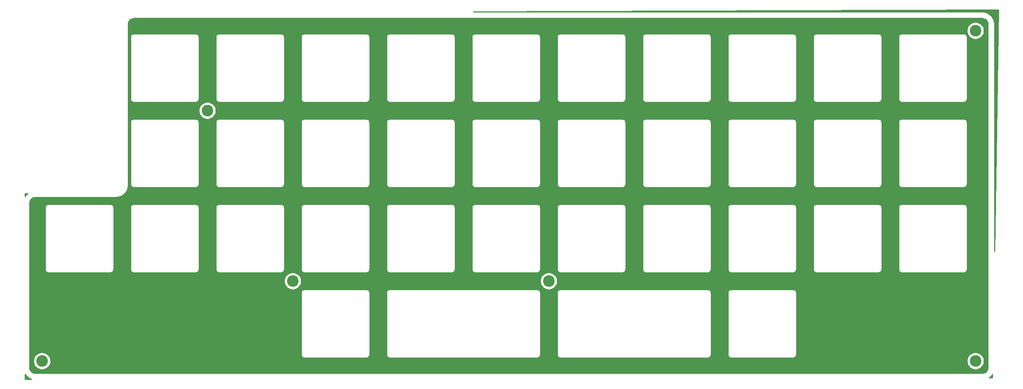
<source format=gbr>
G04 #@! TF.GenerationSoftware,KiCad,Pcbnew,(5.1.0-0)*
G04 #@! TF.CreationDate,2019-06-07T13:16:51+08:00*
G04 #@! TF.ProjectId,TopPlate,546f7050-6c61-4746-952e-6b696361645f,rev?*
G04 #@! TF.SameCoordinates,Original*
G04 #@! TF.FileFunction,Copper,L1,Top*
G04 #@! TF.FilePolarity,Positive*
%FSLAX46Y46*%
G04 Gerber Fmt 4.6, Leading zero omitted, Abs format (unit mm)*
G04 Created by KiCad (PCBNEW (5.1.0-0)) date 2019-06-07 13:16:51*
%MOMM*%
%LPD*%
G04 APERTURE LIST*
%ADD10C,2.600000*%
%ADD11C,0.254000*%
G04 APERTURE END LIST*
D10*
X89080000Y-100230000D03*
X70030000Y-62130000D03*
X241480000Y-118090000D03*
X241480000Y-44270000D03*
X146230000Y-100230000D03*
X33120000Y-118100000D03*
D11*
G36*
X29355403Y-121111724D02*
G01*
X29391863Y-121167441D01*
X29398349Y-121175394D01*
X29647155Y-121476148D01*
X29694462Y-121523126D01*
X29741033Y-121570683D01*
X29748940Y-121577225D01*
X30051425Y-121823926D01*
X30106933Y-121860805D01*
X30161878Y-121898427D01*
X30170905Y-121903308D01*
X30515546Y-122086558D01*
X30577176Y-122111960D01*
X30638368Y-122138187D01*
X30648171Y-122141222D01*
X30745244Y-122170530D01*
X29346909Y-122172794D01*
X29346137Y-121097986D01*
X29355403Y-121111724D01*
X29355403Y-121111724D01*
G37*
X29355403Y-121111724D02*
X29391863Y-121167441D01*
X29398349Y-121175394D01*
X29647155Y-121476148D01*
X29694462Y-121523126D01*
X29741033Y-121570683D01*
X29748940Y-121577225D01*
X30051425Y-121823926D01*
X30106933Y-121860805D01*
X30161878Y-121898427D01*
X30170905Y-121903308D01*
X30515546Y-122086558D01*
X30577176Y-122111960D01*
X30638368Y-122138187D01*
X30648171Y-122141222D01*
X30745244Y-122170530D01*
X29346909Y-122172794D01*
X29346137Y-121097986D01*
X29355403Y-121111724D01*
G36*
X245255031Y-121823202D02*
G01*
X244548112Y-121824347D01*
X244555691Y-121819387D01*
X244563644Y-121812901D01*
X244864398Y-121564095D01*
X244911376Y-121516788D01*
X244958933Y-121470217D01*
X244965475Y-121462310D01*
X245212176Y-121159825D01*
X245249055Y-121104317D01*
X245267060Y-121078021D01*
X245255031Y-121823202D01*
X245255031Y-121823202D01*
G37*
X245255031Y-121823202D02*
X244548112Y-121824347D01*
X244555691Y-121819387D01*
X244563644Y-121812901D01*
X244864398Y-121564095D01*
X244911376Y-121516788D01*
X244958933Y-121470217D01*
X244965475Y-121462310D01*
X245212176Y-121159825D01*
X245249055Y-121104317D01*
X245267060Y-121078021D01*
X245255031Y-121823202D01*
G36*
X243221771Y-41538049D02*
G01*
X243457462Y-41609208D01*
X243674839Y-41724791D01*
X243865629Y-41880395D01*
X244022561Y-42070093D01*
X244139656Y-42286657D01*
X244212459Y-42521844D01*
X244241751Y-42800537D01*
X244241750Y-119552553D01*
X244214201Y-119833521D01*
X244143041Y-120069212D01*
X244027461Y-120286588D01*
X243871854Y-120477379D01*
X243682158Y-120634311D01*
X243465593Y-120751406D01*
X243230406Y-120824209D01*
X242951722Y-120853500D01*
X31658697Y-120853500D01*
X31377729Y-120825951D01*
X31142038Y-120754791D01*
X30924662Y-120639211D01*
X30733871Y-120483604D01*
X30576939Y-120293908D01*
X30459844Y-120077343D01*
X30387041Y-119842156D01*
X30357750Y-119563472D01*
X30357750Y-117909419D01*
X31185000Y-117909419D01*
X31185000Y-118290581D01*
X31259361Y-118664419D01*
X31405225Y-119016566D01*
X31616987Y-119333491D01*
X31886509Y-119603013D01*
X32203434Y-119814775D01*
X32555581Y-119960639D01*
X32929419Y-120035000D01*
X33310581Y-120035000D01*
X33684419Y-119960639D01*
X34036566Y-119814775D01*
X34353491Y-119603013D01*
X34623013Y-119333491D01*
X34834775Y-119016566D01*
X34980639Y-118664419D01*
X35055000Y-118290581D01*
X35055000Y-117909419D01*
X35053011Y-117899419D01*
X239545000Y-117899419D01*
X239545000Y-118280581D01*
X239619361Y-118654419D01*
X239765225Y-119006566D01*
X239976987Y-119323491D01*
X240246509Y-119593013D01*
X240563434Y-119804775D01*
X240915581Y-119950639D01*
X241289419Y-120025000D01*
X241670581Y-120025000D01*
X242044419Y-119950639D01*
X242396566Y-119804775D01*
X242713491Y-119593013D01*
X242983013Y-119323491D01*
X243194775Y-119006566D01*
X243340639Y-118654419D01*
X243415000Y-118280581D01*
X243415000Y-117899419D01*
X243340639Y-117525581D01*
X243194775Y-117173434D01*
X242983013Y-116856509D01*
X242713491Y-116586987D01*
X242396566Y-116375225D01*
X242044419Y-116229361D01*
X241670581Y-116155000D01*
X241289419Y-116155000D01*
X240915581Y-116229361D01*
X240563434Y-116375225D01*
X240246509Y-116586987D01*
X239976987Y-116856509D01*
X239765225Y-117173434D01*
X239619361Y-117525581D01*
X239545000Y-117899419D01*
X35053011Y-117899419D01*
X34980639Y-117535581D01*
X34834775Y-117183434D01*
X34623013Y-116866509D01*
X34353491Y-116596987D01*
X34036566Y-116385225D01*
X33684419Y-116239361D01*
X33310581Y-116165000D01*
X32929419Y-116165000D01*
X32555581Y-116239361D01*
X32203434Y-116385225D01*
X31886509Y-116596987D01*
X31616987Y-116866509D01*
X31405225Y-117183434D01*
X31259361Y-117535581D01*
X31185000Y-117909419D01*
X30357750Y-117909419D01*
X30357750Y-102831500D01*
X90940194Y-102831500D01*
X90943750Y-102867605D01*
X90943751Y-116645385D01*
X90940194Y-116681500D01*
X90954385Y-116825585D01*
X90996413Y-116964133D01*
X91064663Y-117091820D01*
X91156512Y-117203738D01*
X91268430Y-117295587D01*
X91396117Y-117363837D01*
X91534665Y-117405865D01*
X91642645Y-117416500D01*
X91678750Y-117420056D01*
X91714855Y-117416500D01*
X105492645Y-117416500D01*
X105528750Y-117420056D01*
X105564855Y-117416500D01*
X105672835Y-117405865D01*
X105811383Y-117363837D01*
X105939070Y-117295587D01*
X106050988Y-117203738D01*
X106142837Y-117091820D01*
X106211087Y-116964133D01*
X106253115Y-116825585D01*
X106267306Y-116681500D01*
X106263750Y-116645395D01*
X106263750Y-102867605D01*
X106267306Y-102831500D01*
X109990194Y-102831500D01*
X109993751Y-102867615D01*
X109993750Y-116645395D01*
X109990194Y-116681500D01*
X110004385Y-116825585D01*
X110046413Y-116964133D01*
X110114663Y-117091820D01*
X110206512Y-117203738D01*
X110318430Y-117295587D01*
X110446117Y-117363837D01*
X110584665Y-117405865D01*
X110728750Y-117420056D01*
X110764855Y-117416500D01*
X143592645Y-117416500D01*
X143628750Y-117420056D01*
X143664855Y-117416500D01*
X143772835Y-117405865D01*
X143911383Y-117363837D01*
X144039070Y-117295587D01*
X144150988Y-117203738D01*
X144242837Y-117091820D01*
X144311087Y-116964133D01*
X144353115Y-116825585D01*
X144367306Y-116681500D01*
X144363750Y-116645395D01*
X144363750Y-102867605D01*
X144367306Y-102831500D01*
X148090194Y-102831500D01*
X148093750Y-102867605D01*
X148093751Y-116645385D01*
X148090194Y-116681500D01*
X148104385Y-116825585D01*
X148146413Y-116964133D01*
X148214663Y-117091820D01*
X148306512Y-117203738D01*
X148418430Y-117295587D01*
X148546117Y-117363837D01*
X148684665Y-117405865D01*
X148792645Y-117416500D01*
X148828750Y-117420056D01*
X148864855Y-117416500D01*
X181692645Y-117416500D01*
X181728750Y-117420056D01*
X181764855Y-117416500D01*
X181872835Y-117405865D01*
X182011383Y-117363837D01*
X182139070Y-117295587D01*
X182250988Y-117203738D01*
X182342837Y-117091820D01*
X182411087Y-116964133D01*
X182453115Y-116825585D01*
X182467306Y-116681500D01*
X182463750Y-116645395D01*
X182463750Y-102867605D01*
X182467306Y-102831500D01*
X186190194Y-102831500D01*
X186193751Y-102867615D01*
X186193750Y-116645395D01*
X186190194Y-116681500D01*
X186204385Y-116825585D01*
X186246413Y-116964133D01*
X186314663Y-117091820D01*
X186406512Y-117203738D01*
X186518430Y-117295587D01*
X186646117Y-117363837D01*
X186784665Y-117405865D01*
X186928750Y-117420056D01*
X186964855Y-117416500D01*
X200742645Y-117416500D01*
X200778750Y-117420056D01*
X200814855Y-117416500D01*
X200922835Y-117405865D01*
X201061383Y-117363837D01*
X201189070Y-117295587D01*
X201300988Y-117203738D01*
X201392837Y-117091820D01*
X201461087Y-116964133D01*
X201503115Y-116825585D01*
X201517306Y-116681500D01*
X201513750Y-116645395D01*
X201513750Y-102867605D01*
X201517306Y-102831500D01*
X201503115Y-102687415D01*
X201461087Y-102548867D01*
X201392837Y-102421180D01*
X201300988Y-102309262D01*
X201189070Y-102217413D01*
X201061383Y-102149163D01*
X200922835Y-102107135D01*
X200814855Y-102096500D01*
X200778750Y-102092944D01*
X200742645Y-102096500D01*
X186964855Y-102096500D01*
X186928750Y-102092944D01*
X186892645Y-102096500D01*
X186784665Y-102107135D01*
X186646117Y-102149163D01*
X186518430Y-102217413D01*
X186406512Y-102309262D01*
X186314663Y-102421180D01*
X186246413Y-102548867D01*
X186204385Y-102687415D01*
X186190194Y-102831500D01*
X182467306Y-102831500D01*
X182453115Y-102687415D01*
X182411087Y-102548867D01*
X182342837Y-102421180D01*
X182250988Y-102309262D01*
X182139070Y-102217413D01*
X182011383Y-102149163D01*
X181872835Y-102107135D01*
X181764855Y-102096500D01*
X181728750Y-102092944D01*
X181692645Y-102096500D01*
X148864855Y-102096500D01*
X148828750Y-102092944D01*
X148792645Y-102096500D01*
X148684665Y-102107135D01*
X148546117Y-102149163D01*
X148418430Y-102217413D01*
X148306512Y-102309262D01*
X148214663Y-102421180D01*
X148146413Y-102548867D01*
X148104385Y-102687415D01*
X148090194Y-102831500D01*
X144367306Y-102831500D01*
X144353115Y-102687415D01*
X144311087Y-102548867D01*
X144242837Y-102421180D01*
X144150988Y-102309262D01*
X144039070Y-102217413D01*
X143911383Y-102149163D01*
X143772835Y-102107135D01*
X143664855Y-102096500D01*
X143628750Y-102092944D01*
X143592645Y-102096500D01*
X110764855Y-102096500D01*
X110728750Y-102092944D01*
X110692645Y-102096500D01*
X110584665Y-102107135D01*
X110446117Y-102149163D01*
X110318430Y-102217413D01*
X110206512Y-102309262D01*
X110114663Y-102421180D01*
X110046413Y-102548867D01*
X110004385Y-102687415D01*
X109990194Y-102831500D01*
X106267306Y-102831500D01*
X106253115Y-102687415D01*
X106211087Y-102548867D01*
X106142837Y-102421180D01*
X106050988Y-102309262D01*
X105939070Y-102217413D01*
X105811383Y-102149163D01*
X105672835Y-102107135D01*
X105564855Y-102096500D01*
X105528750Y-102092944D01*
X105492645Y-102096500D01*
X91714855Y-102096500D01*
X91678750Y-102092944D01*
X91642645Y-102096500D01*
X91534665Y-102107135D01*
X91396117Y-102149163D01*
X91268430Y-102217413D01*
X91156512Y-102309262D01*
X91064663Y-102421180D01*
X90996413Y-102548867D01*
X90954385Y-102687415D01*
X90940194Y-102831500D01*
X30357750Y-102831500D01*
X30357750Y-100039419D01*
X87145000Y-100039419D01*
X87145000Y-100420581D01*
X87219361Y-100794419D01*
X87365225Y-101146566D01*
X87576987Y-101463491D01*
X87846509Y-101733013D01*
X88163434Y-101944775D01*
X88515581Y-102090639D01*
X88889419Y-102165000D01*
X89270581Y-102165000D01*
X89644419Y-102090639D01*
X89996566Y-101944775D01*
X90313491Y-101733013D01*
X90583013Y-101463491D01*
X90794775Y-101146566D01*
X90940639Y-100794419D01*
X91015000Y-100420581D01*
X91015000Y-100039419D01*
X144295000Y-100039419D01*
X144295000Y-100420581D01*
X144369361Y-100794419D01*
X144515225Y-101146566D01*
X144726987Y-101463491D01*
X144996509Y-101733013D01*
X145313434Y-101944775D01*
X145665581Y-102090639D01*
X146039419Y-102165000D01*
X146420581Y-102165000D01*
X146794419Y-102090639D01*
X147146566Y-101944775D01*
X147463491Y-101733013D01*
X147733013Y-101463491D01*
X147944775Y-101146566D01*
X148090639Y-100794419D01*
X148165000Y-100420581D01*
X148165000Y-100039419D01*
X148090639Y-99665581D01*
X147944775Y-99313434D01*
X147733013Y-98996509D01*
X147463491Y-98726987D01*
X147146566Y-98515225D01*
X146794419Y-98369361D01*
X146420581Y-98295000D01*
X146039419Y-98295000D01*
X145665581Y-98369361D01*
X145313434Y-98515225D01*
X144996509Y-98726987D01*
X144726987Y-98996509D01*
X144515225Y-99313434D01*
X144369361Y-99665581D01*
X144295000Y-100039419D01*
X91015000Y-100039419D01*
X90940639Y-99665581D01*
X90794775Y-99313434D01*
X90583013Y-98996509D01*
X90313491Y-98726987D01*
X89996566Y-98515225D01*
X89644419Y-98369361D01*
X89270581Y-98295000D01*
X88889419Y-98295000D01*
X88515581Y-98369361D01*
X88163434Y-98515225D01*
X87846509Y-98726987D01*
X87576987Y-98996509D01*
X87365225Y-99313434D01*
X87219361Y-99665581D01*
X87145000Y-100039419D01*
X30357750Y-100039419D01*
X30357750Y-83781500D01*
X33790194Y-83781500D01*
X33793751Y-83817615D01*
X33793750Y-97595395D01*
X33790194Y-97631500D01*
X33804385Y-97775585D01*
X33846413Y-97914133D01*
X33914663Y-98041820D01*
X34006512Y-98153738D01*
X34118430Y-98245587D01*
X34246117Y-98313837D01*
X34384665Y-98355865D01*
X34528750Y-98370056D01*
X34564855Y-98366500D01*
X48342645Y-98366500D01*
X48378750Y-98370056D01*
X48414855Y-98366500D01*
X48522835Y-98355865D01*
X48661383Y-98313837D01*
X48789070Y-98245587D01*
X48900988Y-98153738D01*
X48992837Y-98041820D01*
X49061087Y-97914133D01*
X49103115Y-97775585D01*
X49117306Y-97631500D01*
X49113750Y-97595395D01*
X49113750Y-83817605D01*
X49117306Y-83781500D01*
X52840194Y-83781500D01*
X52843750Y-83817605D01*
X52843751Y-97595385D01*
X52840194Y-97631500D01*
X52854385Y-97775585D01*
X52896413Y-97914133D01*
X52964663Y-98041820D01*
X53056512Y-98153738D01*
X53168430Y-98245587D01*
X53296117Y-98313837D01*
X53434665Y-98355865D01*
X53542645Y-98366500D01*
X53578750Y-98370056D01*
X53614855Y-98366500D01*
X67392645Y-98366500D01*
X67428750Y-98370056D01*
X67464855Y-98366500D01*
X67572835Y-98355865D01*
X67711383Y-98313837D01*
X67839070Y-98245587D01*
X67950988Y-98153738D01*
X68042837Y-98041820D01*
X68111087Y-97914133D01*
X68153115Y-97775585D01*
X68167306Y-97631500D01*
X68163750Y-97595395D01*
X68163750Y-83817605D01*
X68167306Y-83781500D01*
X71890194Y-83781500D01*
X71893751Y-83817615D01*
X71893750Y-97595395D01*
X71890194Y-97631500D01*
X71904385Y-97775585D01*
X71946413Y-97914133D01*
X72014663Y-98041820D01*
X72106512Y-98153738D01*
X72218430Y-98245587D01*
X72346117Y-98313837D01*
X72484665Y-98355865D01*
X72628750Y-98370056D01*
X72664855Y-98366500D01*
X86442645Y-98366500D01*
X86478750Y-98370056D01*
X86514855Y-98366500D01*
X86622835Y-98355865D01*
X86761383Y-98313837D01*
X86889070Y-98245587D01*
X87000988Y-98153738D01*
X87092837Y-98041820D01*
X87161087Y-97914133D01*
X87203115Y-97775585D01*
X87217306Y-97631500D01*
X87213750Y-97595395D01*
X87213750Y-83817605D01*
X87217306Y-83781500D01*
X90940194Y-83781500D01*
X90943750Y-83817605D01*
X90943751Y-97595385D01*
X90940194Y-97631500D01*
X90954385Y-97775585D01*
X90996413Y-97914133D01*
X91064663Y-98041820D01*
X91156512Y-98153738D01*
X91268430Y-98245587D01*
X91396117Y-98313837D01*
X91534665Y-98355865D01*
X91642645Y-98366500D01*
X91678750Y-98370056D01*
X91714855Y-98366500D01*
X105492645Y-98366500D01*
X105528750Y-98370056D01*
X105564855Y-98366500D01*
X105672835Y-98355865D01*
X105811383Y-98313837D01*
X105939070Y-98245587D01*
X106050988Y-98153738D01*
X106142837Y-98041820D01*
X106211087Y-97914133D01*
X106253115Y-97775585D01*
X106267306Y-97631500D01*
X106263750Y-97595395D01*
X106263750Y-83817605D01*
X106267306Y-83781500D01*
X109990194Y-83781500D01*
X109993750Y-83817605D01*
X109993751Y-97595385D01*
X109990194Y-97631500D01*
X110004385Y-97775585D01*
X110046413Y-97914133D01*
X110114663Y-98041820D01*
X110206512Y-98153738D01*
X110318430Y-98245587D01*
X110446117Y-98313837D01*
X110584665Y-98355865D01*
X110692645Y-98366500D01*
X110728750Y-98370056D01*
X110764855Y-98366500D01*
X124542645Y-98366500D01*
X124578750Y-98370056D01*
X124614855Y-98366500D01*
X124722835Y-98355865D01*
X124861383Y-98313837D01*
X124989070Y-98245587D01*
X125100988Y-98153738D01*
X125192837Y-98041820D01*
X125261087Y-97914133D01*
X125303115Y-97775585D01*
X125317306Y-97631500D01*
X125313750Y-97595395D01*
X125313750Y-83817605D01*
X125317306Y-83781500D01*
X129040194Y-83781500D01*
X129043751Y-83817615D01*
X129043750Y-97595395D01*
X129040194Y-97631500D01*
X129054385Y-97775585D01*
X129096413Y-97914133D01*
X129164663Y-98041820D01*
X129256512Y-98153738D01*
X129368430Y-98245587D01*
X129496117Y-98313837D01*
X129634665Y-98355865D01*
X129778750Y-98370056D01*
X129814855Y-98366500D01*
X143592645Y-98366500D01*
X143628750Y-98370056D01*
X143664855Y-98366500D01*
X143772835Y-98355865D01*
X143911383Y-98313837D01*
X144039070Y-98245587D01*
X144150988Y-98153738D01*
X144242837Y-98041820D01*
X144311087Y-97914133D01*
X144353115Y-97775585D01*
X144367306Y-97631500D01*
X144363750Y-97595395D01*
X144363750Y-83817605D01*
X144367306Y-83781500D01*
X148090194Y-83781500D01*
X148093751Y-83817615D01*
X148093750Y-97595395D01*
X148090194Y-97631500D01*
X148104385Y-97775585D01*
X148146413Y-97914133D01*
X148214663Y-98041820D01*
X148306512Y-98153738D01*
X148418430Y-98245587D01*
X148546117Y-98313837D01*
X148684665Y-98355865D01*
X148828750Y-98370056D01*
X148864855Y-98366500D01*
X162642645Y-98366500D01*
X162678750Y-98370056D01*
X162714855Y-98366500D01*
X162822835Y-98355865D01*
X162961383Y-98313837D01*
X163089070Y-98245587D01*
X163200988Y-98153738D01*
X163292837Y-98041820D01*
X163361087Y-97914133D01*
X163403115Y-97775585D01*
X163417306Y-97631500D01*
X163413750Y-97595395D01*
X163413750Y-83817605D01*
X163417306Y-83781500D01*
X167140194Y-83781500D01*
X167143751Y-83817615D01*
X167143750Y-97595395D01*
X167140194Y-97631500D01*
X167154385Y-97775585D01*
X167196413Y-97914133D01*
X167264663Y-98041820D01*
X167356512Y-98153738D01*
X167468430Y-98245587D01*
X167596117Y-98313837D01*
X167734665Y-98355865D01*
X167878750Y-98370056D01*
X167914855Y-98366500D01*
X181692645Y-98366500D01*
X181728750Y-98370056D01*
X181764855Y-98366500D01*
X181872835Y-98355865D01*
X182011383Y-98313837D01*
X182139070Y-98245587D01*
X182250988Y-98153738D01*
X182342837Y-98041820D01*
X182411087Y-97914133D01*
X182453115Y-97775585D01*
X182467306Y-97631500D01*
X182463750Y-97595395D01*
X182463750Y-83817605D01*
X182467306Y-83781500D01*
X186190194Y-83781500D01*
X186193751Y-83817615D01*
X186193750Y-97595395D01*
X186190194Y-97631500D01*
X186204385Y-97775585D01*
X186246413Y-97914133D01*
X186314663Y-98041820D01*
X186406512Y-98153738D01*
X186518430Y-98245587D01*
X186646117Y-98313837D01*
X186784665Y-98355865D01*
X186928750Y-98370056D01*
X186964855Y-98366500D01*
X200742645Y-98366500D01*
X200778750Y-98370056D01*
X200814855Y-98366500D01*
X200922835Y-98355865D01*
X201061383Y-98313837D01*
X201189070Y-98245587D01*
X201300988Y-98153738D01*
X201392837Y-98041820D01*
X201461087Y-97914133D01*
X201503115Y-97775585D01*
X201517306Y-97631500D01*
X201513750Y-97595395D01*
X201513750Y-83817605D01*
X201517306Y-83781500D01*
X205240194Y-83781500D01*
X205243750Y-83817605D01*
X205243751Y-97595385D01*
X205240194Y-97631500D01*
X205254385Y-97775585D01*
X205296413Y-97914133D01*
X205364663Y-98041820D01*
X205456512Y-98153738D01*
X205568430Y-98245587D01*
X205696117Y-98313837D01*
X205834665Y-98355865D01*
X205942645Y-98366500D01*
X205978750Y-98370056D01*
X206014855Y-98366500D01*
X219792645Y-98366500D01*
X219828750Y-98370056D01*
X219864855Y-98366500D01*
X219972835Y-98355865D01*
X220111383Y-98313837D01*
X220239070Y-98245587D01*
X220350988Y-98153738D01*
X220442837Y-98041820D01*
X220511087Y-97914133D01*
X220553115Y-97775585D01*
X220567306Y-97631500D01*
X220563750Y-97595395D01*
X220563750Y-83817605D01*
X220567306Y-83781500D01*
X224290194Y-83781500D01*
X224293751Y-83817615D01*
X224293750Y-97595395D01*
X224290194Y-97631500D01*
X224304385Y-97775585D01*
X224346413Y-97914133D01*
X224414663Y-98041820D01*
X224506512Y-98153738D01*
X224618430Y-98245587D01*
X224746117Y-98313837D01*
X224884665Y-98355865D01*
X225028750Y-98370056D01*
X225064855Y-98366500D01*
X238842645Y-98366500D01*
X238878750Y-98370056D01*
X238914855Y-98366500D01*
X239022835Y-98355865D01*
X239161383Y-98313837D01*
X239289070Y-98245587D01*
X239400988Y-98153738D01*
X239492837Y-98041820D01*
X239561087Y-97914133D01*
X239603115Y-97775585D01*
X239617306Y-97631500D01*
X239613750Y-97595395D01*
X239613750Y-83817605D01*
X239617306Y-83781500D01*
X239603115Y-83637415D01*
X239561087Y-83498867D01*
X239492837Y-83371180D01*
X239400988Y-83259262D01*
X239289070Y-83167413D01*
X239161383Y-83099163D01*
X239022835Y-83057135D01*
X238914855Y-83046500D01*
X238878750Y-83042944D01*
X238842645Y-83046500D01*
X225064855Y-83046500D01*
X225028750Y-83042944D01*
X224992645Y-83046500D01*
X224884665Y-83057135D01*
X224746117Y-83099163D01*
X224618430Y-83167413D01*
X224506512Y-83259262D01*
X224414663Y-83371180D01*
X224346413Y-83498867D01*
X224304385Y-83637415D01*
X224290194Y-83781500D01*
X220567306Y-83781500D01*
X220553115Y-83637415D01*
X220511087Y-83498867D01*
X220442837Y-83371180D01*
X220350988Y-83259262D01*
X220239070Y-83167413D01*
X220111383Y-83099163D01*
X219972835Y-83057135D01*
X219864855Y-83046500D01*
X219828750Y-83042944D01*
X219792645Y-83046500D01*
X206014855Y-83046500D01*
X205978750Y-83042944D01*
X205942645Y-83046500D01*
X205834665Y-83057135D01*
X205696117Y-83099163D01*
X205568430Y-83167413D01*
X205456512Y-83259262D01*
X205364663Y-83371180D01*
X205296413Y-83498867D01*
X205254385Y-83637415D01*
X205240194Y-83781500D01*
X201517306Y-83781500D01*
X201503115Y-83637415D01*
X201461087Y-83498867D01*
X201392837Y-83371180D01*
X201300988Y-83259262D01*
X201189070Y-83167413D01*
X201061383Y-83099163D01*
X200922835Y-83057135D01*
X200814855Y-83046500D01*
X200778750Y-83042944D01*
X200742645Y-83046500D01*
X186964855Y-83046500D01*
X186928750Y-83042944D01*
X186892645Y-83046500D01*
X186784665Y-83057135D01*
X186646117Y-83099163D01*
X186518430Y-83167413D01*
X186406512Y-83259262D01*
X186314663Y-83371180D01*
X186246413Y-83498867D01*
X186204385Y-83637415D01*
X186190194Y-83781500D01*
X182467306Y-83781500D01*
X182453115Y-83637415D01*
X182411087Y-83498867D01*
X182342837Y-83371180D01*
X182250988Y-83259262D01*
X182139070Y-83167413D01*
X182011383Y-83099163D01*
X181872835Y-83057135D01*
X181764855Y-83046500D01*
X181728750Y-83042944D01*
X181692645Y-83046500D01*
X167914855Y-83046500D01*
X167878750Y-83042944D01*
X167842645Y-83046500D01*
X167734665Y-83057135D01*
X167596117Y-83099163D01*
X167468430Y-83167413D01*
X167356512Y-83259262D01*
X167264663Y-83371180D01*
X167196413Y-83498867D01*
X167154385Y-83637415D01*
X167140194Y-83781500D01*
X163417306Y-83781500D01*
X163403115Y-83637415D01*
X163361087Y-83498867D01*
X163292837Y-83371180D01*
X163200988Y-83259262D01*
X163089070Y-83167413D01*
X162961383Y-83099163D01*
X162822835Y-83057135D01*
X162714855Y-83046500D01*
X162678750Y-83042944D01*
X162642645Y-83046500D01*
X148864855Y-83046500D01*
X148828750Y-83042944D01*
X148792645Y-83046500D01*
X148684665Y-83057135D01*
X148546117Y-83099163D01*
X148418430Y-83167413D01*
X148306512Y-83259262D01*
X148214663Y-83371180D01*
X148146413Y-83498867D01*
X148104385Y-83637415D01*
X148090194Y-83781500D01*
X144367306Y-83781500D01*
X144353115Y-83637415D01*
X144311087Y-83498867D01*
X144242837Y-83371180D01*
X144150988Y-83259262D01*
X144039070Y-83167413D01*
X143911383Y-83099163D01*
X143772835Y-83057135D01*
X143664855Y-83046500D01*
X143628750Y-83042944D01*
X143592645Y-83046500D01*
X129814855Y-83046500D01*
X129778750Y-83042944D01*
X129742645Y-83046500D01*
X129634665Y-83057135D01*
X129496117Y-83099163D01*
X129368430Y-83167413D01*
X129256512Y-83259262D01*
X129164663Y-83371180D01*
X129096413Y-83498867D01*
X129054385Y-83637415D01*
X129040194Y-83781500D01*
X125317306Y-83781500D01*
X125303115Y-83637415D01*
X125261087Y-83498867D01*
X125192837Y-83371180D01*
X125100988Y-83259262D01*
X124989070Y-83167413D01*
X124861383Y-83099163D01*
X124722835Y-83057135D01*
X124614855Y-83046500D01*
X124578750Y-83042944D01*
X124542645Y-83046500D01*
X110764855Y-83046500D01*
X110728750Y-83042944D01*
X110692645Y-83046500D01*
X110584665Y-83057135D01*
X110446117Y-83099163D01*
X110318430Y-83167413D01*
X110206512Y-83259262D01*
X110114663Y-83371180D01*
X110046413Y-83498867D01*
X110004385Y-83637415D01*
X109990194Y-83781500D01*
X106267306Y-83781500D01*
X106253115Y-83637415D01*
X106211087Y-83498867D01*
X106142837Y-83371180D01*
X106050988Y-83259262D01*
X105939070Y-83167413D01*
X105811383Y-83099163D01*
X105672835Y-83057135D01*
X105564855Y-83046500D01*
X105528750Y-83042944D01*
X105492645Y-83046500D01*
X91714855Y-83046500D01*
X91678750Y-83042944D01*
X91642645Y-83046500D01*
X91534665Y-83057135D01*
X91396117Y-83099163D01*
X91268430Y-83167413D01*
X91156512Y-83259262D01*
X91064663Y-83371180D01*
X90996413Y-83498867D01*
X90954385Y-83637415D01*
X90940194Y-83781500D01*
X87217306Y-83781500D01*
X87203115Y-83637415D01*
X87161087Y-83498867D01*
X87092837Y-83371180D01*
X87000988Y-83259262D01*
X86889070Y-83167413D01*
X86761383Y-83099163D01*
X86622835Y-83057135D01*
X86514855Y-83046500D01*
X86478750Y-83042944D01*
X86442645Y-83046500D01*
X72664855Y-83046500D01*
X72628750Y-83042944D01*
X72592645Y-83046500D01*
X72484665Y-83057135D01*
X72346117Y-83099163D01*
X72218430Y-83167413D01*
X72106512Y-83259262D01*
X72014663Y-83371180D01*
X71946413Y-83498867D01*
X71904385Y-83637415D01*
X71890194Y-83781500D01*
X68167306Y-83781500D01*
X68153115Y-83637415D01*
X68111087Y-83498867D01*
X68042837Y-83371180D01*
X67950988Y-83259262D01*
X67839070Y-83167413D01*
X67711383Y-83099163D01*
X67572835Y-83057135D01*
X67464855Y-83046500D01*
X67428750Y-83042944D01*
X67392645Y-83046500D01*
X53614855Y-83046500D01*
X53578750Y-83042944D01*
X53542645Y-83046500D01*
X53434665Y-83057135D01*
X53296117Y-83099163D01*
X53168430Y-83167413D01*
X53056512Y-83259262D01*
X52964663Y-83371180D01*
X52896413Y-83498867D01*
X52854385Y-83637415D01*
X52840194Y-83781500D01*
X49117306Y-83781500D01*
X49103115Y-83637415D01*
X49061087Y-83498867D01*
X48992837Y-83371180D01*
X48900988Y-83259262D01*
X48789070Y-83167413D01*
X48661383Y-83099163D01*
X48522835Y-83057135D01*
X48414855Y-83046500D01*
X48378750Y-83042944D01*
X48342645Y-83046500D01*
X34564855Y-83046500D01*
X34528750Y-83042944D01*
X34492645Y-83046500D01*
X34384665Y-83057135D01*
X34246117Y-83099163D01*
X34118430Y-83167413D01*
X34006512Y-83259262D01*
X33914663Y-83371180D01*
X33846413Y-83498867D01*
X33804385Y-83637415D01*
X33790194Y-83781500D01*
X30357750Y-83781500D01*
X30357750Y-82811447D01*
X30385299Y-82530479D01*
X30456458Y-82294788D01*
X30572041Y-82077411D01*
X30727645Y-81886621D01*
X30917343Y-81729689D01*
X31133907Y-81612594D01*
X31369094Y-81539791D01*
X31647778Y-81510500D01*
X49658855Y-81510500D01*
X49690944Y-81507339D01*
X49703329Y-81507426D01*
X49713542Y-81506425D01*
X50101735Y-81465624D01*
X50167017Y-81452223D01*
X50232427Y-81439745D01*
X50242251Y-81436780D01*
X50615126Y-81321356D01*
X50676606Y-81295512D01*
X50738303Y-81270585D01*
X50747364Y-81265768D01*
X51090719Y-81080117D01*
X51145974Y-81042847D01*
X51201691Y-81006387D01*
X51209644Y-80999901D01*
X51510398Y-80751095D01*
X51557376Y-80703788D01*
X51604933Y-80657217D01*
X51611475Y-80649310D01*
X51858176Y-80346825D01*
X51895055Y-80291317D01*
X51932677Y-80236372D01*
X51937558Y-80227345D01*
X52120808Y-79882704D01*
X52146210Y-79821074D01*
X52172437Y-79759882D01*
X52175472Y-79750079D01*
X52288290Y-79376407D01*
X52301233Y-79311040D01*
X52315079Y-79245899D01*
X52316152Y-79235693D01*
X52354242Y-78847224D01*
X52354242Y-78847223D01*
X52357750Y-78811605D01*
X52357750Y-64731500D01*
X52840194Y-64731500D01*
X52843751Y-64767615D01*
X52843750Y-78545395D01*
X52840194Y-78581500D01*
X52854385Y-78725585D01*
X52896413Y-78864133D01*
X52964663Y-78991820D01*
X53056512Y-79103738D01*
X53156529Y-79185820D01*
X53168430Y-79195587D01*
X53296117Y-79263837D01*
X53434665Y-79305865D01*
X53578750Y-79320056D01*
X53614855Y-79316500D01*
X67392645Y-79316500D01*
X67428750Y-79320056D01*
X67464855Y-79316500D01*
X67572835Y-79305865D01*
X67711383Y-79263837D01*
X67839070Y-79195587D01*
X67950988Y-79103738D01*
X68042837Y-78991820D01*
X68111087Y-78864133D01*
X68153115Y-78725585D01*
X68167306Y-78581500D01*
X68163750Y-78545395D01*
X68163750Y-64767605D01*
X68167306Y-64731500D01*
X71890194Y-64731500D01*
X71893750Y-64767605D01*
X71893751Y-78545385D01*
X71890194Y-78581500D01*
X71904385Y-78725585D01*
X71946413Y-78864133D01*
X72014663Y-78991820D01*
X72106512Y-79103738D01*
X72218430Y-79195587D01*
X72346117Y-79263837D01*
X72484665Y-79305865D01*
X72592645Y-79316500D01*
X72628750Y-79320056D01*
X72664855Y-79316500D01*
X86442645Y-79316500D01*
X86478750Y-79320056D01*
X86514855Y-79316500D01*
X86622835Y-79305865D01*
X86761383Y-79263837D01*
X86889070Y-79195587D01*
X87000988Y-79103738D01*
X87092837Y-78991820D01*
X87161087Y-78864133D01*
X87203115Y-78725585D01*
X87217306Y-78581500D01*
X87213750Y-78545395D01*
X87213750Y-64767605D01*
X87217306Y-64731500D01*
X90940194Y-64731500D01*
X90943750Y-64767605D01*
X90943751Y-78545385D01*
X90940194Y-78581500D01*
X90954385Y-78725585D01*
X90996413Y-78864133D01*
X91064663Y-78991820D01*
X91156512Y-79103738D01*
X91268430Y-79195587D01*
X91396117Y-79263837D01*
X91534665Y-79305865D01*
X91642645Y-79316500D01*
X91678750Y-79320056D01*
X91714855Y-79316500D01*
X105492645Y-79316500D01*
X105528750Y-79320056D01*
X105564855Y-79316500D01*
X105672835Y-79305865D01*
X105811383Y-79263837D01*
X105939070Y-79195587D01*
X106050988Y-79103738D01*
X106142837Y-78991820D01*
X106211087Y-78864133D01*
X106253115Y-78725585D01*
X106267306Y-78581500D01*
X106263750Y-78545395D01*
X106263750Y-64767605D01*
X106267306Y-64731500D01*
X109990194Y-64731500D01*
X109993750Y-64767605D01*
X109993751Y-78545385D01*
X109990194Y-78581500D01*
X110004385Y-78725585D01*
X110046413Y-78864133D01*
X110114663Y-78991820D01*
X110206512Y-79103738D01*
X110318430Y-79195587D01*
X110446117Y-79263837D01*
X110584665Y-79305865D01*
X110692645Y-79316500D01*
X110728750Y-79320056D01*
X110764855Y-79316500D01*
X124542645Y-79316500D01*
X124578750Y-79320056D01*
X124614855Y-79316500D01*
X124722835Y-79305865D01*
X124861383Y-79263837D01*
X124989070Y-79195587D01*
X125100988Y-79103738D01*
X125192837Y-78991820D01*
X125261087Y-78864133D01*
X125303115Y-78725585D01*
X125317306Y-78581500D01*
X125313750Y-78545395D01*
X125313750Y-64767605D01*
X125317306Y-64731500D01*
X129040194Y-64731500D01*
X129043751Y-64767615D01*
X129043750Y-78545395D01*
X129040194Y-78581500D01*
X129054385Y-78725585D01*
X129096413Y-78864133D01*
X129164663Y-78991820D01*
X129256512Y-79103738D01*
X129356529Y-79185820D01*
X129368430Y-79195587D01*
X129496117Y-79263837D01*
X129634665Y-79305865D01*
X129778750Y-79320056D01*
X129814855Y-79316500D01*
X143592645Y-79316500D01*
X143628750Y-79320056D01*
X143664855Y-79316500D01*
X143772835Y-79305865D01*
X143911383Y-79263837D01*
X144039070Y-79195587D01*
X144150988Y-79103738D01*
X144242837Y-78991820D01*
X144311087Y-78864133D01*
X144353115Y-78725585D01*
X144367306Y-78581500D01*
X144363750Y-78545395D01*
X144363750Y-64767605D01*
X144367306Y-64731500D01*
X148090194Y-64731500D01*
X148093751Y-64767615D01*
X148093750Y-78545395D01*
X148090194Y-78581500D01*
X148104385Y-78725585D01*
X148146413Y-78864133D01*
X148214663Y-78991820D01*
X148306512Y-79103738D01*
X148406529Y-79185820D01*
X148418430Y-79195587D01*
X148546117Y-79263837D01*
X148684665Y-79305865D01*
X148828750Y-79320056D01*
X148864855Y-79316500D01*
X162642645Y-79316500D01*
X162678750Y-79320056D01*
X162714855Y-79316500D01*
X162822835Y-79305865D01*
X162961383Y-79263837D01*
X163089070Y-79195587D01*
X163200988Y-79103738D01*
X163292837Y-78991820D01*
X163361087Y-78864133D01*
X163403115Y-78725585D01*
X163417306Y-78581500D01*
X163413750Y-78545395D01*
X163413750Y-64767605D01*
X163417306Y-64731500D01*
X167140194Y-64731500D01*
X167143751Y-64767615D01*
X167143750Y-78545395D01*
X167140194Y-78581500D01*
X167154385Y-78725585D01*
X167196413Y-78864133D01*
X167264663Y-78991820D01*
X167356512Y-79103738D01*
X167456529Y-79185820D01*
X167468430Y-79195587D01*
X167596117Y-79263837D01*
X167734665Y-79305865D01*
X167878750Y-79320056D01*
X167914855Y-79316500D01*
X181692645Y-79316500D01*
X181728750Y-79320056D01*
X181764855Y-79316500D01*
X181872835Y-79305865D01*
X182011383Y-79263837D01*
X182139070Y-79195587D01*
X182250988Y-79103738D01*
X182342837Y-78991820D01*
X182411087Y-78864133D01*
X182453115Y-78725585D01*
X182467306Y-78581500D01*
X182463750Y-78545395D01*
X182463750Y-64767605D01*
X182467306Y-64731500D01*
X186190194Y-64731500D01*
X186193750Y-64767605D01*
X186193751Y-78545385D01*
X186190194Y-78581500D01*
X186204385Y-78725585D01*
X186246413Y-78864133D01*
X186314663Y-78991820D01*
X186406512Y-79103738D01*
X186518430Y-79195587D01*
X186646117Y-79263837D01*
X186784665Y-79305865D01*
X186892645Y-79316500D01*
X186928750Y-79320056D01*
X186964855Y-79316500D01*
X200742645Y-79316500D01*
X200778750Y-79320056D01*
X200814855Y-79316500D01*
X200922835Y-79305865D01*
X201061383Y-79263837D01*
X201189070Y-79195587D01*
X201300988Y-79103738D01*
X201392837Y-78991820D01*
X201461087Y-78864133D01*
X201503115Y-78725585D01*
X201517306Y-78581500D01*
X201513750Y-78545395D01*
X201513750Y-64767605D01*
X201517306Y-64731500D01*
X205240194Y-64731500D01*
X205243750Y-64767605D01*
X205243751Y-78545385D01*
X205240194Y-78581500D01*
X205254385Y-78725585D01*
X205296413Y-78864133D01*
X205364663Y-78991820D01*
X205456512Y-79103738D01*
X205568430Y-79195587D01*
X205696117Y-79263837D01*
X205834665Y-79305865D01*
X205942645Y-79316500D01*
X205978750Y-79320056D01*
X206014855Y-79316500D01*
X219792645Y-79316500D01*
X219828750Y-79320056D01*
X219864855Y-79316500D01*
X219972835Y-79305865D01*
X220111383Y-79263837D01*
X220239070Y-79195587D01*
X220350988Y-79103738D01*
X220442837Y-78991820D01*
X220511087Y-78864133D01*
X220553115Y-78725585D01*
X220567306Y-78581500D01*
X220563750Y-78545395D01*
X220563750Y-64767605D01*
X220567306Y-64731500D01*
X224290194Y-64731500D01*
X224293751Y-64767615D01*
X224293750Y-78545395D01*
X224290194Y-78581500D01*
X224304385Y-78725585D01*
X224346413Y-78864133D01*
X224414663Y-78991820D01*
X224506512Y-79103738D01*
X224606529Y-79185820D01*
X224618430Y-79195587D01*
X224746117Y-79263837D01*
X224884665Y-79305865D01*
X225028750Y-79320056D01*
X225064855Y-79316500D01*
X238842645Y-79316500D01*
X238878750Y-79320056D01*
X238914855Y-79316500D01*
X239022835Y-79305865D01*
X239161383Y-79263837D01*
X239289070Y-79195587D01*
X239400988Y-79103738D01*
X239492837Y-78991820D01*
X239561087Y-78864133D01*
X239603115Y-78725585D01*
X239617306Y-78581500D01*
X239613750Y-78545395D01*
X239613750Y-64767605D01*
X239617306Y-64731500D01*
X239603115Y-64587415D01*
X239561087Y-64448867D01*
X239492837Y-64321180D01*
X239400988Y-64209262D01*
X239289070Y-64117413D01*
X239161383Y-64049163D01*
X239022835Y-64007135D01*
X238914855Y-63996500D01*
X238878750Y-63992944D01*
X238842645Y-63996500D01*
X225064855Y-63996500D01*
X225028750Y-63992944D01*
X224992645Y-63996500D01*
X224884665Y-64007135D01*
X224746117Y-64049163D01*
X224618430Y-64117413D01*
X224506512Y-64209262D01*
X224414663Y-64321180D01*
X224346413Y-64448867D01*
X224304385Y-64587415D01*
X224290194Y-64731500D01*
X220567306Y-64731500D01*
X220553115Y-64587415D01*
X220511087Y-64448867D01*
X220442837Y-64321180D01*
X220350988Y-64209262D01*
X220239070Y-64117413D01*
X220111383Y-64049163D01*
X219972835Y-64007135D01*
X219864855Y-63996500D01*
X219828750Y-63992944D01*
X219792645Y-63996500D01*
X206014855Y-63996500D01*
X205978750Y-63992944D01*
X205942645Y-63996500D01*
X205834665Y-64007135D01*
X205696117Y-64049163D01*
X205568430Y-64117413D01*
X205456512Y-64209262D01*
X205364663Y-64321180D01*
X205296413Y-64448867D01*
X205254385Y-64587415D01*
X205240194Y-64731500D01*
X201517306Y-64731500D01*
X201503115Y-64587415D01*
X201461087Y-64448867D01*
X201392837Y-64321180D01*
X201300988Y-64209262D01*
X201189070Y-64117413D01*
X201061383Y-64049163D01*
X200922835Y-64007135D01*
X200814855Y-63996500D01*
X200778750Y-63992944D01*
X200742645Y-63996500D01*
X186964855Y-63996500D01*
X186928750Y-63992944D01*
X186892645Y-63996500D01*
X186784665Y-64007135D01*
X186646117Y-64049163D01*
X186518430Y-64117413D01*
X186406512Y-64209262D01*
X186314663Y-64321180D01*
X186246413Y-64448867D01*
X186204385Y-64587415D01*
X186190194Y-64731500D01*
X182467306Y-64731500D01*
X182453115Y-64587415D01*
X182411087Y-64448867D01*
X182342837Y-64321180D01*
X182250988Y-64209262D01*
X182139070Y-64117413D01*
X182011383Y-64049163D01*
X181872835Y-64007135D01*
X181764855Y-63996500D01*
X181728750Y-63992944D01*
X181692645Y-63996500D01*
X167914855Y-63996500D01*
X167878750Y-63992944D01*
X167842645Y-63996500D01*
X167734665Y-64007135D01*
X167596117Y-64049163D01*
X167468430Y-64117413D01*
X167356512Y-64209262D01*
X167264663Y-64321180D01*
X167196413Y-64448867D01*
X167154385Y-64587415D01*
X167140194Y-64731500D01*
X163417306Y-64731500D01*
X163403115Y-64587415D01*
X163361087Y-64448867D01*
X163292837Y-64321180D01*
X163200988Y-64209262D01*
X163089070Y-64117413D01*
X162961383Y-64049163D01*
X162822835Y-64007135D01*
X162714855Y-63996500D01*
X162678750Y-63992944D01*
X162642645Y-63996500D01*
X148864855Y-63996500D01*
X148828750Y-63992944D01*
X148792645Y-63996500D01*
X148684665Y-64007135D01*
X148546117Y-64049163D01*
X148418430Y-64117413D01*
X148306512Y-64209262D01*
X148214663Y-64321180D01*
X148146413Y-64448867D01*
X148104385Y-64587415D01*
X148090194Y-64731500D01*
X144367306Y-64731500D01*
X144353115Y-64587415D01*
X144311087Y-64448867D01*
X144242837Y-64321180D01*
X144150988Y-64209262D01*
X144039070Y-64117413D01*
X143911383Y-64049163D01*
X143772835Y-64007135D01*
X143664855Y-63996500D01*
X143628750Y-63992944D01*
X143592645Y-63996500D01*
X129814855Y-63996500D01*
X129778750Y-63992944D01*
X129742645Y-63996500D01*
X129634665Y-64007135D01*
X129496117Y-64049163D01*
X129368430Y-64117413D01*
X129256512Y-64209262D01*
X129164663Y-64321180D01*
X129096413Y-64448867D01*
X129054385Y-64587415D01*
X129040194Y-64731500D01*
X125317306Y-64731500D01*
X125303115Y-64587415D01*
X125261087Y-64448867D01*
X125192837Y-64321180D01*
X125100988Y-64209262D01*
X124989070Y-64117413D01*
X124861383Y-64049163D01*
X124722835Y-64007135D01*
X124614855Y-63996500D01*
X124578750Y-63992944D01*
X124542645Y-63996500D01*
X110764855Y-63996500D01*
X110728750Y-63992944D01*
X110692645Y-63996500D01*
X110584665Y-64007135D01*
X110446117Y-64049163D01*
X110318430Y-64117413D01*
X110206512Y-64209262D01*
X110114663Y-64321180D01*
X110046413Y-64448867D01*
X110004385Y-64587415D01*
X109990194Y-64731500D01*
X106267306Y-64731500D01*
X106253115Y-64587415D01*
X106211087Y-64448867D01*
X106142837Y-64321180D01*
X106050988Y-64209262D01*
X105939070Y-64117413D01*
X105811383Y-64049163D01*
X105672835Y-64007135D01*
X105564855Y-63996500D01*
X105528750Y-63992944D01*
X105492645Y-63996500D01*
X91714855Y-63996500D01*
X91678750Y-63992944D01*
X91642645Y-63996500D01*
X91534665Y-64007135D01*
X91396117Y-64049163D01*
X91268430Y-64117413D01*
X91156512Y-64209262D01*
X91064663Y-64321180D01*
X90996413Y-64448867D01*
X90954385Y-64587415D01*
X90940194Y-64731500D01*
X87217306Y-64731500D01*
X87203115Y-64587415D01*
X87161087Y-64448867D01*
X87092837Y-64321180D01*
X87000988Y-64209262D01*
X86889070Y-64117413D01*
X86761383Y-64049163D01*
X86622835Y-64007135D01*
X86514855Y-63996500D01*
X86478750Y-63992944D01*
X86442645Y-63996500D01*
X72664855Y-63996500D01*
X72628750Y-63992944D01*
X72592645Y-63996500D01*
X72484665Y-64007135D01*
X72346117Y-64049163D01*
X72218430Y-64117413D01*
X72106512Y-64209262D01*
X72014663Y-64321180D01*
X71946413Y-64448867D01*
X71904385Y-64587415D01*
X71890194Y-64731500D01*
X68167306Y-64731500D01*
X68153115Y-64587415D01*
X68111087Y-64448867D01*
X68042837Y-64321180D01*
X67950988Y-64209262D01*
X67839070Y-64117413D01*
X67711383Y-64049163D01*
X67572835Y-64007135D01*
X67464855Y-63996500D01*
X67428750Y-63992944D01*
X67392645Y-63996500D01*
X53614855Y-63996500D01*
X53578750Y-63992944D01*
X53542645Y-63996500D01*
X53434665Y-64007135D01*
X53296117Y-64049163D01*
X53168430Y-64117413D01*
X53056512Y-64209262D01*
X52964663Y-64321180D01*
X52896413Y-64448867D01*
X52854385Y-64587415D01*
X52840194Y-64731500D01*
X52357750Y-64731500D01*
X52357750Y-61939419D01*
X68095000Y-61939419D01*
X68095000Y-62320581D01*
X68169361Y-62694419D01*
X68315225Y-63046566D01*
X68526987Y-63363491D01*
X68796509Y-63633013D01*
X69113434Y-63844775D01*
X69465581Y-63990639D01*
X69839419Y-64065000D01*
X70220581Y-64065000D01*
X70594419Y-63990639D01*
X70946566Y-63844775D01*
X71263491Y-63633013D01*
X71533013Y-63363491D01*
X71744775Y-63046566D01*
X71890639Y-62694419D01*
X71965000Y-62320581D01*
X71965000Y-61939419D01*
X71890639Y-61565581D01*
X71744775Y-61213434D01*
X71533013Y-60896509D01*
X71263491Y-60626987D01*
X70946566Y-60415225D01*
X70594419Y-60269361D01*
X70220581Y-60195000D01*
X69839419Y-60195000D01*
X69465581Y-60269361D01*
X69113434Y-60415225D01*
X68796509Y-60626987D01*
X68526987Y-60896509D01*
X68315225Y-61213434D01*
X68169361Y-61565581D01*
X68095000Y-61939419D01*
X52357750Y-61939419D01*
X52357750Y-45681500D01*
X52840194Y-45681500D01*
X52843751Y-45717615D01*
X52843750Y-59495395D01*
X52840194Y-59531500D01*
X52854385Y-59675585D01*
X52896413Y-59814133D01*
X52964663Y-59941820D01*
X53056512Y-60053738D01*
X53168430Y-60145587D01*
X53296117Y-60213837D01*
X53434665Y-60255865D01*
X53578750Y-60270056D01*
X53614855Y-60266500D01*
X67392645Y-60266500D01*
X67428750Y-60270056D01*
X67464855Y-60266500D01*
X67572835Y-60255865D01*
X67711383Y-60213837D01*
X67839070Y-60145587D01*
X67950988Y-60053738D01*
X68042837Y-59941820D01*
X68111087Y-59814133D01*
X68153115Y-59675585D01*
X68167306Y-59531500D01*
X68163750Y-59495395D01*
X68163750Y-45717605D01*
X68167306Y-45681500D01*
X71890194Y-45681500D01*
X71893750Y-45717605D01*
X71893751Y-59495385D01*
X71890194Y-59531500D01*
X71904385Y-59675585D01*
X71946413Y-59814133D01*
X72014663Y-59941820D01*
X72106512Y-60053738D01*
X72218430Y-60145587D01*
X72346117Y-60213837D01*
X72484665Y-60255865D01*
X72592645Y-60266500D01*
X72628750Y-60270056D01*
X72664855Y-60266500D01*
X86442645Y-60266500D01*
X86478750Y-60270056D01*
X86514855Y-60266500D01*
X86622835Y-60255865D01*
X86761383Y-60213837D01*
X86889070Y-60145587D01*
X87000988Y-60053738D01*
X87092837Y-59941820D01*
X87161087Y-59814133D01*
X87203115Y-59675585D01*
X87217306Y-59531500D01*
X87213750Y-59495395D01*
X87213750Y-45717605D01*
X87217306Y-45681500D01*
X90940194Y-45681500D01*
X90943751Y-45717615D01*
X90943750Y-59495395D01*
X90940194Y-59531500D01*
X90954385Y-59675585D01*
X90996413Y-59814133D01*
X91064663Y-59941820D01*
X91156512Y-60053738D01*
X91268430Y-60145587D01*
X91396117Y-60213837D01*
X91534665Y-60255865D01*
X91678750Y-60270056D01*
X91714855Y-60266500D01*
X105492645Y-60266500D01*
X105528750Y-60270056D01*
X105564855Y-60266500D01*
X105672835Y-60255865D01*
X105811383Y-60213837D01*
X105939070Y-60145587D01*
X106050988Y-60053738D01*
X106142837Y-59941820D01*
X106211087Y-59814133D01*
X106253115Y-59675585D01*
X106267306Y-59531500D01*
X106263750Y-59495395D01*
X106263750Y-45717605D01*
X106267306Y-45681500D01*
X109990194Y-45681500D01*
X109993750Y-45717605D01*
X109993751Y-59495385D01*
X109990194Y-59531500D01*
X110004385Y-59675585D01*
X110046413Y-59814133D01*
X110114663Y-59941820D01*
X110206512Y-60053738D01*
X110318430Y-60145587D01*
X110446117Y-60213837D01*
X110584665Y-60255865D01*
X110692645Y-60266500D01*
X110728750Y-60270056D01*
X110764855Y-60266500D01*
X124542645Y-60266500D01*
X124578750Y-60270056D01*
X124614855Y-60266500D01*
X124722835Y-60255865D01*
X124861383Y-60213837D01*
X124989070Y-60145587D01*
X125100988Y-60053738D01*
X125192837Y-59941820D01*
X125261087Y-59814133D01*
X125303115Y-59675585D01*
X125317306Y-59531500D01*
X125313750Y-59495395D01*
X125313750Y-45717605D01*
X125317306Y-45681500D01*
X129040194Y-45681500D01*
X129043751Y-45717615D01*
X129043750Y-59495395D01*
X129040194Y-59531500D01*
X129054385Y-59675585D01*
X129096413Y-59814133D01*
X129164663Y-59941820D01*
X129256512Y-60053738D01*
X129368430Y-60145587D01*
X129496117Y-60213837D01*
X129634665Y-60255865D01*
X129778750Y-60270056D01*
X129814855Y-60266500D01*
X143592645Y-60266500D01*
X143628750Y-60270056D01*
X143664855Y-60266500D01*
X143772835Y-60255865D01*
X143911383Y-60213837D01*
X144039070Y-60145587D01*
X144150988Y-60053738D01*
X144242837Y-59941820D01*
X144311087Y-59814133D01*
X144353115Y-59675585D01*
X144367306Y-59531500D01*
X144363750Y-59495395D01*
X144363750Y-45717605D01*
X144367306Y-45681500D01*
X148090194Y-45681500D01*
X148093750Y-45717605D01*
X148093751Y-59495385D01*
X148090194Y-59531500D01*
X148104385Y-59675585D01*
X148146413Y-59814133D01*
X148214663Y-59941820D01*
X148306512Y-60053738D01*
X148418430Y-60145587D01*
X148546117Y-60213837D01*
X148684665Y-60255865D01*
X148792645Y-60266500D01*
X148828750Y-60270056D01*
X148864855Y-60266500D01*
X162642645Y-60266500D01*
X162678750Y-60270056D01*
X162714855Y-60266500D01*
X162822835Y-60255865D01*
X162961383Y-60213837D01*
X163089070Y-60145587D01*
X163200988Y-60053738D01*
X163292837Y-59941820D01*
X163361087Y-59814133D01*
X163403115Y-59675585D01*
X163417306Y-59531500D01*
X163413750Y-59495395D01*
X163413750Y-45717605D01*
X163417306Y-45681500D01*
X167140194Y-45681500D01*
X167143750Y-45717605D01*
X167143751Y-59495385D01*
X167140194Y-59531500D01*
X167154385Y-59675585D01*
X167196413Y-59814133D01*
X167264663Y-59941820D01*
X167356512Y-60053738D01*
X167468430Y-60145587D01*
X167596117Y-60213837D01*
X167734665Y-60255865D01*
X167842645Y-60266500D01*
X167878750Y-60270056D01*
X167914855Y-60266500D01*
X181692645Y-60266500D01*
X181728750Y-60270056D01*
X181764855Y-60266500D01*
X181872835Y-60255865D01*
X182011383Y-60213837D01*
X182139070Y-60145587D01*
X182250988Y-60053738D01*
X182342837Y-59941820D01*
X182411087Y-59814133D01*
X182453115Y-59675585D01*
X182467306Y-59531500D01*
X182463750Y-59495395D01*
X182463750Y-45717605D01*
X182467306Y-45681500D01*
X186190194Y-45681500D01*
X186193750Y-45717605D01*
X186193751Y-59495385D01*
X186190194Y-59531500D01*
X186204385Y-59675585D01*
X186246413Y-59814133D01*
X186314663Y-59941820D01*
X186406512Y-60053738D01*
X186518430Y-60145587D01*
X186646117Y-60213837D01*
X186784665Y-60255865D01*
X186892645Y-60266500D01*
X186928750Y-60270056D01*
X186964855Y-60266500D01*
X200742645Y-60266500D01*
X200778750Y-60270056D01*
X200814855Y-60266500D01*
X200922835Y-60255865D01*
X201061383Y-60213837D01*
X201189070Y-60145587D01*
X201300988Y-60053738D01*
X201392837Y-59941820D01*
X201461087Y-59814133D01*
X201503115Y-59675585D01*
X201517306Y-59531500D01*
X201513750Y-59495395D01*
X201513750Y-45717605D01*
X201517306Y-45681500D01*
X205240194Y-45681500D01*
X205243750Y-45717605D01*
X205243751Y-59495385D01*
X205240194Y-59531500D01*
X205254385Y-59675585D01*
X205296413Y-59814133D01*
X205364663Y-59941820D01*
X205456512Y-60053738D01*
X205568430Y-60145587D01*
X205696117Y-60213837D01*
X205834665Y-60255865D01*
X205942645Y-60266500D01*
X205978750Y-60270056D01*
X206014855Y-60266500D01*
X219792645Y-60266500D01*
X219828750Y-60270056D01*
X219864855Y-60266500D01*
X219972835Y-60255865D01*
X220111383Y-60213837D01*
X220239070Y-60145587D01*
X220350988Y-60053738D01*
X220442837Y-59941820D01*
X220511087Y-59814133D01*
X220553115Y-59675585D01*
X220567306Y-59531500D01*
X220563750Y-59495395D01*
X220563750Y-45717605D01*
X220567306Y-45681500D01*
X224290194Y-45681500D01*
X224293751Y-45717615D01*
X224293750Y-59495395D01*
X224290194Y-59531500D01*
X224304385Y-59675585D01*
X224346413Y-59814133D01*
X224414663Y-59941820D01*
X224506512Y-60053738D01*
X224618430Y-60145587D01*
X224746117Y-60213837D01*
X224884665Y-60255865D01*
X225028750Y-60270056D01*
X225064855Y-60266500D01*
X238842645Y-60266500D01*
X238878750Y-60270056D01*
X238914855Y-60266500D01*
X239022835Y-60255865D01*
X239161383Y-60213837D01*
X239289070Y-60145587D01*
X239400988Y-60053738D01*
X239492837Y-59941820D01*
X239561087Y-59814133D01*
X239603115Y-59675585D01*
X239617306Y-59531500D01*
X239613750Y-59495395D01*
X239613750Y-45717605D01*
X239617306Y-45681500D01*
X239603115Y-45537415D01*
X239561087Y-45398867D01*
X239492837Y-45271180D01*
X239400988Y-45159262D01*
X239289070Y-45067413D01*
X239161383Y-44999163D01*
X239022835Y-44957135D01*
X238914855Y-44946500D01*
X238878750Y-44942944D01*
X238842645Y-44946500D01*
X225064855Y-44946500D01*
X225028750Y-44942944D01*
X224992645Y-44946500D01*
X224884665Y-44957135D01*
X224746117Y-44999163D01*
X224618430Y-45067413D01*
X224506512Y-45159262D01*
X224414663Y-45271180D01*
X224346413Y-45398867D01*
X224304385Y-45537415D01*
X224290194Y-45681500D01*
X220567306Y-45681500D01*
X220553115Y-45537415D01*
X220511087Y-45398867D01*
X220442837Y-45271180D01*
X220350988Y-45159262D01*
X220239070Y-45067413D01*
X220111383Y-44999163D01*
X219972835Y-44957135D01*
X219864855Y-44946500D01*
X219828750Y-44942944D01*
X219792645Y-44946500D01*
X206014855Y-44946500D01*
X205978750Y-44942944D01*
X205942645Y-44946500D01*
X205834665Y-44957135D01*
X205696117Y-44999163D01*
X205568430Y-45067413D01*
X205456512Y-45159262D01*
X205364663Y-45271180D01*
X205296413Y-45398867D01*
X205254385Y-45537415D01*
X205240194Y-45681500D01*
X201517306Y-45681500D01*
X201503115Y-45537415D01*
X201461087Y-45398867D01*
X201392837Y-45271180D01*
X201300988Y-45159262D01*
X201189070Y-45067413D01*
X201061383Y-44999163D01*
X200922835Y-44957135D01*
X200814855Y-44946500D01*
X200778750Y-44942944D01*
X200742645Y-44946500D01*
X186964855Y-44946500D01*
X186928750Y-44942944D01*
X186892645Y-44946500D01*
X186784665Y-44957135D01*
X186646117Y-44999163D01*
X186518430Y-45067413D01*
X186406512Y-45159262D01*
X186314663Y-45271180D01*
X186246413Y-45398867D01*
X186204385Y-45537415D01*
X186190194Y-45681500D01*
X182467306Y-45681500D01*
X182453115Y-45537415D01*
X182411087Y-45398867D01*
X182342837Y-45271180D01*
X182250988Y-45159262D01*
X182139070Y-45067413D01*
X182011383Y-44999163D01*
X181872835Y-44957135D01*
X181764855Y-44946500D01*
X181728750Y-44942944D01*
X181692645Y-44946500D01*
X167914855Y-44946500D01*
X167878750Y-44942944D01*
X167842645Y-44946500D01*
X167734665Y-44957135D01*
X167596117Y-44999163D01*
X167468430Y-45067413D01*
X167356512Y-45159262D01*
X167264663Y-45271180D01*
X167196413Y-45398867D01*
X167154385Y-45537415D01*
X167140194Y-45681500D01*
X163417306Y-45681500D01*
X163403115Y-45537415D01*
X163361087Y-45398867D01*
X163292837Y-45271180D01*
X163200988Y-45159262D01*
X163089070Y-45067413D01*
X162961383Y-44999163D01*
X162822835Y-44957135D01*
X162714855Y-44946500D01*
X162678750Y-44942944D01*
X162642645Y-44946500D01*
X148864855Y-44946500D01*
X148828750Y-44942944D01*
X148792645Y-44946500D01*
X148684665Y-44957135D01*
X148546117Y-44999163D01*
X148418430Y-45067413D01*
X148306512Y-45159262D01*
X148214663Y-45271180D01*
X148146413Y-45398867D01*
X148104385Y-45537415D01*
X148090194Y-45681500D01*
X144367306Y-45681500D01*
X144353115Y-45537415D01*
X144311087Y-45398867D01*
X144242837Y-45271180D01*
X144150988Y-45159262D01*
X144039070Y-45067413D01*
X143911383Y-44999163D01*
X143772835Y-44957135D01*
X143664855Y-44946500D01*
X143628750Y-44942944D01*
X143592645Y-44946500D01*
X129814855Y-44946500D01*
X129778750Y-44942944D01*
X129742645Y-44946500D01*
X129634665Y-44957135D01*
X129496117Y-44999163D01*
X129368430Y-45067413D01*
X129256512Y-45159262D01*
X129164663Y-45271180D01*
X129096413Y-45398867D01*
X129054385Y-45537415D01*
X129040194Y-45681500D01*
X125317306Y-45681500D01*
X125303115Y-45537415D01*
X125261087Y-45398867D01*
X125192837Y-45271180D01*
X125100988Y-45159262D01*
X124989070Y-45067413D01*
X124861383Y-44999163D01*
X124722835Y-44957135D01*
X124614855Y-44946500D01*
X124578750Y-44942944D01*
X124542645Y-44946500D01*
X110764855Y-44946500D01*
X110728750Y-44942944D01*
X110692645Y-44946500D01*
X110584665Y-44957135D01*
X110446117Y-44999163D01*
X110318430Y-45067413D01*
X110206512Y-45159262D01*
X110114663Y-45271180D01*
X110046413Y-45398867D01*
X110004385Y-45537415D01*
X109990194Y-45681500D01*
X106267306Y-45681500D01*
X106253115Y-45537415D01*
X106211087Y-45398867D01*
X106142837Y-45271180D01*
X106050988Y-45159262D01*
X105939070Y-45067413D01*
X105811383Y-44999163D01*
X105672835Y-44957135D01*
X105564855Y-44946500D01*
X105528750Y-44942944D01*
X105492645Y-44946500D01*
X91714855Y-44946500D01*
X91678750Y-44942944D01*
X91642645Y-44946500D01*
X91534665Y-44957135D01*
X91396117Y-44999163D01*
X91268430Y-45067413D01*
X91156512Y-45159262D01*
X91064663Y-45271180D01*
X90996413Y-45398867D01*
X90954385Y-45537415D01*
X90940194Y-45681500D01*
X87217306Y-45681500D01*
X87203115Y-45537415D01*
X87161087Y-45398867D01*
X87092837Y-45271180D01*
X87000988Y-45159262D01*
X86889070Y-45067413D01*
X86761383Y-44999163D01*
X86622835Y-44957135D01*
X86514855Y-44946500D01*
X86478750Y-44942944D01*
X86442645Y-44946500D01*
X72664855Y-44946500D01*
X72628750Y-44942944D01*
X72592645Y-44946500D01*
X72484665Y-44957135D01*
X72346117Y-44999163D01*
X72218430Y-45067413D01*
X72106512Y-45159262D01*
X72014663Y-45271180D01*
X71946413Y-45398867D01*
X71904385Y-45537415D01*
X71890194Y-45681500D01*
X68167306Y-45681500D01*
X68153115Y-45537415D01*
X68111087Y-45398867D01*
X68042837Y-45271180D01*
X67950988Y-45159262D01*
X67839070Y-45067413D01*
X67711383Y-44999163D01*
X67572835Y-44957135D01*
X67464855Y-44946500D01*
X67428750Y-44942944D01*
X67392645Y-44946500D01*
X53614855Y-44946500D01*
X53578750Y-44942944D01*
X53542645Y-44946500D01*
X53434665Y-44957135D01*
X53296117Y-44999163D01*
X53168430Y-45067413D01*
X53056512Y-45159262D01*
X52964663Y-45271180D01*
X52896413Y-45398867D01*
X52854385Y-45537415D01*
X52840194Y-45681500D01*
X52357750Y-45681500D01*
X52357750Y-44079419D01*
X239545000Y-44079419D01*
X239545000Y-44460581D01*
X239619361Y-44834419D01*
X239765225Y-45186566D01*
X239976987Y-45503491D01*
X240246509Y-45773013D01*
X240563434Y-45984775D01*
X240915581Y-46130639D01*
X241289419Y-46205000D01*
X241670581Y-46205000D01*
X242044419Y-46130639D01*
X242396566Y-45984775D01*
X242713491Y-45773013D01*
X242983013Y-45503491D01*
X243194775Y-45186566D01*
X243340639Y-44834419D01*
X243415000Y-44460581D01*
X243415000Y-44079419D01*
X243340639Y-43705581D01*
X243194775Y-43353434D01*
X242983013Y-43036509D01*
X242713491Y-42766987D01*
X242396566Y-42555225D01*
X242044419Y-42409361D01*
X241670581Y-42335000D01*
X241289419Y-42335000D01*
X240915581Y-42409361D01*
X240563434Y-42555225D01*
X240246509Y-42766987D01*
X239976987Y-43036509D01*
X239765225Y-43353434D01*
X239619361Y-43705581D01*
X239545000Y-44079419D01*
X52357750Y-44079419D01*
X52357750Y-42811447D01*
X52385299Y-42530479D01*
X52456458Y-42294788D01*
X52572041Y-42077411D01*
X52727645Y-41886621D01*
X52917343Y-41729689D01*
X53133907Y-41612594D01*
X53369094Y-41539791D01*
X53647778Y-41510500D01*
X242940803Y-41510500D01*
X243221771Y-41538049D01*
X243221771Y-41538049D01*
G37*
X243221771Y-41538049D02*
X243457462Y-41609208D01*
X243674839Y-41724791D01*
X243865629Y-41880395D01*
X244022561Y-42070093D01*
X244139656Y-42286657D01*
X244212459Y-42521844D01*
X244241751Y-42800537D01*
X244241750Y-119552553D01*
X244214201Y-119833521D01*
X244143041Y-120069212D01*
X244027461Y-120286588D01*
X243871854Y-120477379D01*
X243682158Y-120634311D01*
X243465593Y-120751406D01*
X243230406Y-120824209D01*
X242951722Y-120853500D01*
X31658697Y-120853500D01*
X31377729Y-120825951D01*
X31142038Y-120754791D01*
X30924662Y-120639211D01*
X30733871Y-120483604D01*
X30576939Y-120293908D01*
X30459844Y-120077343D01*
X30387041Y-119842156D01*
X30357750Y-119563472D01*
X30357750Y-117909419D01*
X31185000Y-117909419D01*
X31185000Y-118290581D01*
X31259361Y-118664419D01*
X31405225Y-119016566D01*
X31616987Y-119333491D01*
X31886509Y-119603013D01*
X32203434Y-119814775D01*
X32555581Y-119960639D01*
X32929419Y-120035000D01*
X33310581Y-120035000D01*
X33684419Y-119960639D01*
X34036566Y-119814775D01*
X34353491Y-119603013D01*
X34623013Y-119333491D01*
X34834775Y-119016566D01*
X34980639Y-118664419D01*
X35055000Y-118290581D01*
X35055000Y-117909419D01*
X35053011Y-117899419D01*
X239545000Y-117899419D01*
X239545000Y-118280581D01*
X239619361Y-118654419D01*
X239765225Y-119006566D01*
X239976987Y-119323491D01*
X240246509Y-119593013D01*
X240563434Y-119804775D01*
X240915581Y-119950639D01*
X241289419Y-120025000D01*
X241670581Y-120025000D01*
X242044419Y-119950639D01*
X242396566Y-119804775D01*
X242713491Y-119593013D01*
X242983013Y-119323491D01*
X243194775Y-119006566D01*
X243340639Y-118654419D01*
X243415000Y-118280581D01*
X243415000Y-117899419D01*
X243340639Y-117525581D01*
X243194775Y-117173434D01*
X242983013Y-116856509D01*
X242713491Y-116586987D01*
X242396566Y-116375225D01*
X242044419Y-116229361D01*
X241670581Y-116155000D01*
X241289419Y-116155000D01*
X240915581Y-116229361D01*
X240563434Y-116375225D01*
X240246509Y-116586987D01*
X239976987Y-116856509D01*
X239765225Y-117173434D01*
X239619361Y-117525581D01*
X239545000Y-117899419D01*
X35053011Y-117899419D01*
X34980639Y-117535581D01*
X34834775Y-117183434D01*
X34623013Y-116866509D01*
X34353491Y-116596987D01*
X34036566Y-116385225D01*
X33684419Y-116239361D01*
X33310581Y-116165000D01*
X32929419Y-116165000D01*
X32555581Y-116239361D01*
X32203434Y-116385225D01*
X31886509Y-116596987D01*
X31616987Y-116866509D01*
X31405225Y-117183434D01*
X31259361Y-117535581D01*
X31185000Y-117909419D01*
X30357750Y-117909419D01*
X30357750Y-102831500D01*
X90940194Y-102831500D01*
X90943750Y-102867605D01*
X90943751Y-116645385D01*
X90940194Y-116681500D01*
X90954385Y-116825585D01*
X90996413Y-116964133D01*
X91064663Y-117091820D01*
X91156512Y-117203738D01*
X91268430Y-117295587D01*
X91396117Y-117363837D01*
X91534665Y-117405865D01*
X91642645Y-117416500D01*
X91678750Y-117420056D01*
X91714855Y-117416500D01*
X105492645Y-117416500D01*
X105528750Y-117420056D01*
X105564855Y-117416500D01*
X105672835Y-117405865D01*
X105811383Y-117363837D01*
X105939070Y-117295587D01*
X106050988Y-117203738D01*
X106142837Y-117091820D01*
X106211087Y-116964133D01*
X106253115Y-116825585D01*
X106267306Y-116681500D01*
X106263750Y-116645395D01*
X106263750Y-102867605D01*
X106267306Y-102831500D01*
X109990194Y-102831500D01*
X109993751Y-102867615D01*
X109993750Y-116645395D01*
X109990194Y-116681500D01*
X110004385Y-116825585D01*
X110046413Y-116964133D01*
X110114663Y-117091820D01*
X110206512Y-117203738D01*
X110318430Y-117295587D01*
X110446117Y-117363837D01*
X110584665Y-117405865D01*
X110728750Y-117420056D01*
X110764855Y-117416500D01*
X143592645Y-117416500D01*
X143628750Y-117420056D01*
X143664855Y-117416500D01*
X143772835Y-117405865D01*
X143911383Y-117363837D01*
X144039070Y-117295587D01*
X144150988Y-117203738D01*
X144242837Y-117091820D01*
X144311087Y-116964133D01*
X144353115Y-116825585D01*
X144367306Y-116681500D01*
X144363750Y-116645395D01*
X144363750Y-102867605D01*
X144367306Y-102831500D01*
X148090194Y-102831500D01*
X148093750Y-102867605D01*
X148093751Y-116645385D01*
X148090194Y-116681500D01*
X148104385Y-116825585D01*
X148146413Y-116964133D01*
X148214663Y-117091820D01*
X148306512Y-117203738D01*
X148418430Y-117295587D01*
X148546117Y-117363837D01*
X148684665Y-117405865D01*
X148792645Y-117416500D01*
X148828750Y-117420056D01*
X148864855Y-117416500D01*
X181692645Y-117416500D01*
X181728750Y-117420056D01*
X181764855Y-117416500D01*
X181872835Y-117405865D01*
X182011383Y-117363837D01*
X182139070Y-117295587D01*
X182250988Y-117203738D01*
X182342837Y-117091820D01*
X182411087Y-116964133D01*
X182453115Y-116825585D01*
X182467306Y-116681500D01*
X182463750Y-116645395D01*
X182463750Y-102867605D01*
X182467306Y-102831500D01*
X186190194Y-102831500D01*
X186193751Y-102867615D01*
X186193750Y-116645395D01*
X186190194Y-116681500D01*
X186204385Y-116825585D01*
X186246413Y-116964133D01*
X186314663Y-117091820D01*
X186406512Y-117203738D01*
X186518430Y-117295587D01*
X186646117Y-117363837D01*
X186784665Y-117405865D01*
X186928750Y-117420056D01*
X186964855Y-117416500D01*
X200742645Y-117416500D01*
X200778750Y-117420056D01*
X200814855Y-117416500D01*
X200922835Y-117405865D01*
X201061383Y-117363837D01*
X201189070Y-117295587D01*
X201300988Y-117203738D01*
X201392837Y-117091820D01*
X201461087Y-116964133D01*
X201503115Y-116825585D01*
X201517306Y-116681500D01*
X201513750Y-116645395D01*
X201513750Y-102867605D01*
X201517306Y-102831500D01*
X201503115Y-102687415D01*
X201461087Y-102548867D01*
X201392837Y-102421180D01*
X201300988Y-102309262D01*
X201189070Y-102217413D01*
X201061383Y-102149163D01*
X200922835Y-102107135D01*
X200814855Y-102096500D01*
X200778750Y-102092944D01*
X200742645Y-102096500D01*
X186964855Y-102096500D01*
X186928750Y-102092944D01*
X186892645Y-102096500D01*
X186784665Y-102107135D01*
X186646117Y-102149163D01*
X186518430Y-102217413D01*
X186406512Y-102309262D01*
X186314663Y-102421180D01*
X186246413Y-102548867D01*
X186204385Y-102687415D01*
X186190194Y-102831500D01*
X182467306Y-102831500D01*
X182453115Y-102687415D01*
X182411087Y-102548867D01*
X182342837Y-102421180D01*
X182250988Y-102309262D01*
X182139070Y-102217413D01*
X182011383Y-102149163D01*
X181872835Y-102107135D01*
X181764855Y-102096500D01*
X181728750Y-102092944D01*
X181692645Y-102096500D01*
X148864855Y-102096500D01*
X148828750Y-102092944D01*
X148792645Y-102096500D01*
X148684665Y-102107135D01*
X148546117Y-102149163D01*
X148418430Y-102217413D01*
X148306512Y-102309262D01*
X148214663Y-102421180D01*
X148146413Y-102548867D01*
X148104385Y-102687415D01*
X148090194Y-102831500D01*
X144367306Y-102831500D01*
X144353115Y-102687415D01*
X144311087Y-102548867D01*
X144242837Y-102421180D01*
X144150988Y-102309262D01*
X144039070Y-102217413D01*
X143911383Y-102149163D01*
X143772835Y-102107135D01*
X143664855Y-102096500D01*
X143628750Y-102092944D01*
X143592645Y-102096500D01*
X110764855Y-102096500D01*
X110728750Y-102092944D01*
X110692645Y-102096500D01*
X110584665Y-102107135D01*
X110446117Y-102149163D01*
X110318430Y-102217413D01*
X110206512Y-102309262D01*
X110114663Y-102421180D01*
X110046413Y-102548867D01*
X110004385Y-102687415D01*
X109990194Y-102831500D01*
X106267306Y-102831500D01*
X106253115Y-102687415D01*
X106211087Y-102548867D01*
X106142837Y-102421180D01*
X106050988Y-102309262D01*
X105939070Y-102217413D01*
X105811383Y-102149163D01*
X105672835Y-102107135D01*
X105564855Y-102096500D01*
X105528750Y-102092944D01*
X105492645Y-102096500D01*
X91714855Y-102096500D01*
X91678750Y-102092944D01*
X91642645Y-102096500D01*
X91534665Y-102107135D01*
X91396117Y-102149163D01*
X91268430Y-102217413D01*
X91156512Y-102309262D01*
X91064663Y-102421180D01*
X90996413Y-102548867D01*
X90954385Y-102687415D01*
X90940194Y-102831500D01*
X30357750Y-102831500D01*
X30357750Y-100039419D01*
X87145000Y-100039419D01*
X87145000Y-100420581D01*
X87219361Y-100794419D01*
X87365225Y-101146566D01*
X87576987Y-101463491D01*
X87846509Y-101733013D01*
X88163434Y-101944775D01*
X88515581Y-102090639D01*
X88889419Y-102165000D01*
X89270581Y-102165000D01*
X89644419Y-102090639D01*
X89996566Y-101944775D01*
X90313491Y-101733013D01*
X90583013Y-101463491D01*
X90794775Y-101146566D01*
X90940639Y-100794419D01*
X91015000Y-100420581D01*
X91015000Y-100039419D01*
X144295000Y-100039419D01*
X144295000Y-100420581D01*
X144369361Y-100794419D01*
X144515225Y-101146566D01*
X144726987Y-101463491D01*
X144996509Y-101733013D01*
X145313434Y-101944775D01*
X145665581Y-102090639D01*
X146039419Y-102165000D01*
X146420581Y-102165000D01*
X146794419Y-102090639D01*
X147146566Y-101944775D01*
X147463491Y-101733013D01*
X147733013Y-101463491D01*
X147944775Y-101146566D01*
X148090639Y-100794419D01*
X148165000Y-100420581D01*
X148165000Y-100039419D01*
X148090639Y-99665581D01*
X147944775Y-99313434D01*
X147733013Y-98996509D01*
X147463491Y-98726987D01*
X147146566Y-98515225D01*
X146794419Y-98369361D01*
X146420581Y-98295000D01*
X146039419Y-98295000D01*
X145665581Y-98369361D01*
X145313434Y-98515225D01*
X144996509Y-98726987D01*
X144726987Y-98996509D01*
X144515225Y-99313434D01*
X144369361Y-99665581D01*
X144295000Y-100039419D01*
X91015000Y-100039419D01*
X90940639Y-99665581D01*
X90794775Y-99313434D01*
X90583013Y-98996509D01*
X90313491Y-98726987D01*
X89996566Y-98515225D01*
X89644419Y-98369361D01*
X89270581Y-98295000D01*
X88889419Y-98295000D01*
X88515581Y-98369361D01*
X88163434Y-98515225D01*
X87846509Y-98726987D01*
X87576987Y-98996509D01*
X87365225Y-99313434D01*
X87219361Y-99665581D01*
X87145000Y-100039419D01*
X30357750Y-100039419D01*
X30357750Y-83781500D01*
X33790194Y-83781500D01*
X33793751Y-83817615D01*
X33793750Y-97595395D01*
X33790194Y-97631500D01*
X33804385Y-97775585D01*
X33846413Y-97914133D01*
X33914663Y-98041820D01*
X34006512Y-98153738D01*
X34118430Y-98245587D01*
X34246117Y-98313837D01*
X34384665Y-98355865D01*
X34528750Y-98370056D01*
X34564855Y-98366500D01*
X48342645Y-98366500D01*
X48378750Y-98370056D01*
X48414855Y-98366500D01*
X48522835Y-98355865D01*
X48661383Y-98313837D01*
X48789070Y-98245587D01*
X48900988Y-98153738D01*
X48992837Y-98041820D01*
X49061087Y-97914133D01*
X49103115Y-97775585D01*
X49117306Y-97631500D01*
X49113750Y-97595395D01*
X49113750Y-83817605D01*
X49117306Y-83781500D01*
X52840194Y-83781500D01*
X52843750Y-83817605D01*
X52843751Y-97595385D01*
X52840194Y-97631500D01*
X52854385Y-97775585D01*
X52896413Y-97914133D01*
X52964663Y-98041820D01*
X53056512Y-98153738D01*
X53168430Y-98245587D01*
X53296117Y-98313837D01*
X53434665Y-98355865D01*
X53542645Y-98366500D01*
X53578750Y-98370056D01*
X53614855Y-98366500D01*
X67392645Y-98366500D01*
X67428750Y-98370056D01*
X67464855Y-98366500D01*
X67572835Y-98355865D01*
X67711383Y-98313837D01*
X67839070Y-98245587D01*
X67950988Y-98153738D01*
X68042837Y-98041820D01*
X68111087Y-97914133D01*
X68153115Y-97775585D01*
X68167306Y-97631500D01*
X68163750Y-97595395D01*
X68163750Y-83817605D01*
X68167306Y-83781500D01*
X71890194Y-83781500D01*
X71893751Y-83817615D01*
X71893750Y-97595395D01*
X71890194Y-97631500D01*
X71904385Y-97775585D01*
X71946413Y-97914133D01*
X72014663Y-98041820D01*
X72106512Y-98153738D01*
X72218430Y-98245587D01*
X72346117Y-98313837D01*
X72484665Y-98355865D01*
X72628750Y-98370056D01*
X72664855Y-98366500D01*
X86442645Y-98366500D01*
X86478750Y-98370056D01*
X86514855Y-98366500D01*
X86622835Y-98355865D01*
X86761383Y-98313837D01*
X86889070Y-98245587D01*
X87000988Y-98153738D01*
X87092837Y-98041820D01*
X87161087Y-97914133D01*
X87203115Y-97775585D01*
X87217306Y-97631500D01*
X87213750Y-97595395D01*
X87213750Y-83817605D01*
X87217306Y-83781500D01*
X90940194Y-83781500D01*
X90943750Y-83817605D01*
X90943751Y-97595385D01*
X90940194Y-97631500D01*
X90954385Y-97775585D01*
X90996413Y-97914133D01*
X91064663Y-98041820D01*
X91156512Y-98153738D01*
X91268430Y-98245587D01*
X91396117Y-98313837D01*
X91534665Y-98355865D01*
X91642645Y-98366500D01*
X91678750Y-98370056D01*
X91714855Y-98366500D01*
X105492645Y-98366500D01*
X105528750Y-98370056D01*
X105564855Y-98366500D01*
X105672835Y-98355865D01*
X105811383Y-98313837D01*
X105939070Y-98245587D01*
X106050988Y-98153738D01*
X106142837Y-98041820D01*
X106211087Y-97914133D01*
X106253115Y-97775585D01*
X106267306Y-97631500D01*
X106263750Y-97595395D01*
X106263750Y-83817605D01*
X106267306Y-83781500D01*
X109990194Y-83781500D01*
X109993750Y-83817605D01*
X109993751Y-97595385D01*
X109990194Y-97631500D01*
X110004385Y-97775585D01*
X110046413Y-97914133D01*
X110114663Y-98041820D01*
X110206512Y-98153738D01*
X110318430Y-98245587D01*
X110446117Y-98313837D01*
X110584665Y-98355865D01*
X110692645Y-98366500D01*
X110728750Y-98370056D01*
X110764855Y-98366500D01*
X124542645Y-98366500D01*
X124578750Y-98370056D01*
X124614855Y-98366500D01*
X124722835Y-98355865D01*
X124861383Y-98313837D01*
X124989070Y-98245587D01*
X125100988Y-98153738D01*
X125192837Y-98041820D01*
X125261087Y-97914133D01*
X125303115Y-97775585D01*
X125317306Y-97631500D01*
X125313750Y-97595395D01*
X125313750Y-83817605D01*
X125317306Y-83781500D01*
X129040194Y-83781500D01*
X129043751Y-83817615D01*
X129043750Y-97595395D01*
X129040194Y-97631500D01*
X129054385Y-97775585D01*
X129096413Y-97914133D01*
X129164663Y-98041820D01*
X129256512Y-98153738D01*
X129368430Y-98245587D01*
X129496117Y-98313837D01*
X129634665Y-98355865D01*
X129778750Y-98370056D01*
X129814855Y-98366500D01*
X143592645Y-98366500D01*
X143628750Y-98370056D01*
X143664855Y-98366500D01*
X143772835Y-98355865D01*
X143911383Y-98313837D01*
X144039070Y-98245587D01*
X144150988Y-98153738D01*
X144242837Y-98041820D01*
X144311087Y-97914133D01*
X144353115Y-97775585D01*
X144367306Y-97631500D01*
X144363750Y-97595395D01*
X144363750Y-83817605D01*
X144367306Y-83781500D01*
X148090194Y-83781500D01*
X148093751Y-83817615D01*
X148093750Y-97595395D01*
X148090194Y-97631500D01*
X148104385Y-97775585D01*
X148146413Y-97914133D01*
X148214663Y-98041820D01*
X148306512Y-98153738D01*
X148418430Y-98245587D01*
X148546117Y-98313837D01*
X148684665Y-98355865D01*
X148828750Y-98370056D01*
X148864855Y-98366500D01*
X162642645Y-98366500D01*
X162678750Y-98370056D01*
X162714855Y-98366500D01*
X162822835Y-98355865D01*
X162961383Y-98313837D01*
X163089070Y-98245587D01*
X163200988Y-98153738D01*
X163292837Y-98041820D01*
X163361087Y-97914133D01*
X163403115Y-97775585D01*
X163417306Y-97631500D01*
X163413750Y-97595395D01*
X163413750Y-83817605D01*
X163417306Y-83781500D01*
X167140194Y-83781500D01*
X167143751Y-83817615D01*
X167143750Y-97595395D01*
X167140194Y-97631500D01*
X167154385Y-97775585D01*
X167196413Y-97914133D01*
X167264663Y-98041820D01*
X167356512Y-98153738D01*
X167468430Y-98245587D01*
X167596117Y-98313837D01*
X167734665Y-98355865D01*
X167878750Y-98370056D01*
X167914855Y-98366500D01*
X181692645Y-98366500D01*
X181728750Y-98370056D01*
X181764855Y-98366500D01*
X181872835Y-98355865D01*
X182011383Y-98313837D01*
X182139070Y-98245587D01*
X182250988Y-98153738D01*
X182342837Y-98041820D01*
X182411087Y-97914133D01*
X182453115Y-97775585D01*
X182467306Y-97631500D01*
X182463750Y-97595395D01*
X182463750Y-83817605D01*
X182467306Y-83781500D01*
X186190194Y-83781500D01*
X186193751Y-83817615D01*
X186193750Y-97595395D01*
X186190194Y-97631500D01*
X186204385Y-97775585D01*
X186246413Y-97914133D01*
X186314663Y-98041820D01*
X186406512Y-98153738D01*
X186518430Y-98245587D01*
X186646117Y-98313837D01*
X186784665Y-98355865D01*
X186928750Y-98370056D01*
X186964855Y-98366500D01*
X200742645Y-98366500D01*
X200778750Y-98370056D01*
X200814855Y-98366500D01*
X200922835Y-98355865D01*
X201061383Y-98313837D01*
X201189070Y-98245587D01*
X201300988Y-98153738D01*
X201392837Y-98041820D01*
X201461087Y-97914133D01*
X201503115Y-97775585D01*
X201517306Y-97631500D01*
X201513750Y-97595395D01*
X201513750Y-83817605D01*
X201517306Y-83781500D01*
X205240194Y-83781500D01*
X205243750Y-83817605D01*
X205243751Y-97595385D01*
X205240194Y-97631500D01*
X205254385Y-97775585D01*
X205296413Y-97914133D01*
X205364663Y-98041820D01*
X205456512Y-98153738D01*
X205568430Y-98245587D01*
X205696117Y-98313837D01*
X205834665Y-98355865D01*
X205942645Y-98366500D01*
X205978750Y-98370056D01*
X206014855Y-98366500D01*
X219792645Y-98366500D01*
X219828750Y-98370056D01*
X219864855Y-98366500D01*
X219972835Y-98355865D01*
X220111383Y-98313837D01*
X220239070Y-98245587D01*
X220350988Y-98153738D01*
X220442837Y-98041820D01*
X220511087Y-97914133D01*
X220553115Y-97775585D01*
X220567306Y-97631500D01*
X220563750Y-97595395D01*
X220563750Y-83817605D01*
X220567306Y-83781500D01*
X224290194Y-83781500D01*
X224293751Y-83817615D01*
X224293750Y-97595395D01*
X224290194Y-97631500D01*
X224304385Y-97775585D01*
X224346413Y-97914133D01*
X224414663Y-98041820D01*
X224506512Y-98153738D01*
X224618430Y-98245587D01*
X224746117Y-98313837D01*
X224884665Y-98355865D01*
X225028750Y-98370056D01*
X225064855Y-98366500D01*
X238842645Y-98366500D01*
X238878750Y-98370056D01*
X238914855Y-98366500D01*
X239022835Y-98355865D01*
X239161383Y-98313837D01*
X239289070Y-98245587D01*
X239400988Y-98153738D01*
X239492837Y-98041820D01*
X239561087Y-97914133D01*
X239603115Y-97775585D01*
X239617306Y-97631500D01*
X239613750Y-97595395D01*
X239613750Y-83817605D01*
X239617306Y-83781500D01*
X239603115Y-83637415D01*
X239561087Y-83498867D01*
X239492837Y-83371180D01*
X239400988Y-83259262D01*
X239289070Y-83167413D01*
X239161383Y-83099163D01*
X239022835Y-83057135D01*
X238914855Y-83046500D01*
X238878750Y-83042944D01*
X238842645Y-83046500D01*
X225064855Y-83046500D01*
X225028750Y-83042944D01*
X224992645Y-83046500D01*
X224884665Y-83057135D01*
X224746117Y-83099163D01*
X224618430Y-83167413D01*
X224506512Y-83259262D01*
X224414663Y-83371180D01*
X224346413Y-83498867D01*
X224304385Y-83637415D01*
X224290194Y-83781500D01*
X220567306Y-83781500D01*
X220553115Y-83637415D01*
X220511087Y-83498867D01*
X220442837Y-83371180D01*
X220350988Y-83259262D01*
X220239070Y-83167413D01*
X220111383Y-83099163D01*
X219972835Y-83057135D01*
X219864855Y-83046500D01*
X219828750Y-83042944D01*
X219792645Y-83046500D01*
X206014855Y-83046500D01*
X205978750Y-83042944D01*
X205942645Y-83046500D01*
X205834665Y-83057135D01*
X205696117Y-83099163D01*
X205568430Y-83167413D01*
X205456512Y-83259262D01*
X205364663Y-83371180D01*
X205296413Y-83498867D01*
X205254385Y-83637415D01*
X205240194Y-83781500D01*
X201517306Y-83781500D01*
X201503115Y-83637415D01*
X201461087Y-83498867D01*
X201392837Y-83371180D01*
X201300988Y-83259262D01*
X201189070Y-83167413D01*
X201061383Y-83099163D01*
X200922835Y-83057135D01*
X200814855Y-83046500D01*
X200778750Y-83042944D01*
X200742645Y-83046500D01*
X186964855Y-83046500D01*
X186928750Y-83042944D01*
X186892645Y-83046500D01*
X186784665Y-83057135D01*
X186646117Y-83099163D01*
X186518430Y-83167413D01*
X186406512Y-83259262D01*
X186314663Y-83371180D01*
X186246413Y-83498867D01*
X186204385Y-83637415D01*
X186190194Y-83781500D01*
X182467306Y-83781500D01*
X182453115Y-83637415D01*
X182411087Y-83498867D01*
X182342837Y-83371180D01*
X182250988Y-83259262D01*
X182139070Y-83167413D01*
X182011383Y-83099163D01*
X181872835Y-83057135D01*
X181764855Y-83046500D01*
X181728750Y-83042944D01*
X181692645Y-83046500D01*
X167914855Y-83046500D01*
X167878750Y-83042944D01*
X167842645Y-83046500D01*
X167734665Y-83057135D01*
X167596117Y-83099163D01*
X167468430Y-83167413D01*
X167356512Y-83259262D01*
X167264663Y-83371180D01*
X167196413Y-83498867D01*
X167154385Y-83637415D01*
X167140194Y-83781500D01*
X163417306Y-83781500D01*
X163403115Y-83637415D01*
X163361087Y-83498867D01*
X163292837Y-83371180D01*
X163200988Y-83259262D01*
X163089070Y-83167413D01*
X162961383Y-83099163D01*
X162822835Y-83057135D01*
X162714855Y-83046500D01*
X162678750Y-83042944D01*
X162642645Y-83046500D01*
X148864855Y-83046500D01*
X148828750Y-83042944D01*
X148792645Y-83046500D01*
X148684665Y-83057135D01*
X148546117Y-83099163D01*
X148418430Y-83167413D01*
X148306512Y-83259262D01*
X148214663Y-83371180D01*
X148146413Y-83498867D01*
X148104385Y-83637415D01*
X148090194Y-83781500D01*
X144367306Y-83781500D01*
X144353115Y-83637415D01*
X144311087Y-83498867D01*
X144242837Y-83371180D01*
X144150988Y-83259262D01*
X144039070Y-83167413D01*
X143911383Y-83099163D01*
X143772835Y-83057135D01*
X143664855Y-83046500D01*
X143628750Y-83042944D01*
X143592645Y-83046500D01*
X129814855Y-83046500D01*
X129778750Y-83042944D01*
X129742645Y-83046500D01*
X129634665Y-83057135D01*
X129496117Y-83099163D01*
X129368430Y-83167413D01*
X129256512Y-83259262D01*
X129164663Y-83371180D01*
X129096413Y-83498867D01*
X129054385Y-83637415D01*
X129040194Y-83781500D01*
X125317306Y-83781500D01*
X125303115Y-83637415D01*
X125261087Y-83498867D01*
X125192837Y-83371180D01*
X125100988Y-83259262D01*
X124989070Y-83167413D01*
X124861383Y-83099163D01*
X124722835Y-83057135D01*
X124614855Y-83046500D01*
X124578750Y-83042944D01*
X124542645Y-83046500D01*
X110764855Y-83046500D01*
X110728750Y-83042944D01*
X110692645Y-83046500D01*
X110584665Y-83057135D01*
X110446117Y-83099163D01*
X110318430Y-83167413D01*
X110206512Y-83259262D01*
X110114663Y-83371180D01*
X110046413Y-83498867D01*
X110004385Y-83637415D01*
X109990194Y-83781500D01*
X106267306Y-83781500D01*
X106253115Y-83637415D01*
X106211087Y-83498867D01*
X106142837Y-83371180D01*
X106050988Y-83259262D01*
X105939070Y-83167413D01*
X105811383Y-83099163D01*
X105672835Y-83057135D01*
X105564855Y-83046500D01*
X105528750Y-83042944D01*
X105492645Y-83046500D01*
X91714855Y-83046500D01*
X91678750Y-83042944D01*
X91642645Y-83046500D01*
X91534665Y-83057135D01*
X91396117Y-83099163D01*
X91268430Y-83167413D01*
X91156512Y-83259262D01*
X91064663Y-83371180D01*
X90996413Y-83498867D01*
X90954385Y-83637415D01*
X90940194Y-83781500D01*
X87217306Y-83781500D01*
X87203115Y-83637415D01*
X87161087Y-83498867D01*
X87092837Y-83371180D01*
X87000988Y-83259262D01*
X86889070Y-83167413D01*
X86761383Y-83099163D01*
X86622835Y-83057135D01*
X86514855Y-83046500D01*
X86478750Y-83042944D01*
X86442645Y-83046500D01*
X72664855Y-83046500D01*
X72628750Y-83042944D01*
X72592645Y-83046500D01*
X72484665Y-83057135D01*
X72346117Y-83099163D01*
X72218430Y-83167413D01*
X72106512Y-83259262D01*
X72014663Y-83371180D01*
X71946413Y-83498867D01*
X71904385Y-83637415D01*
X71890194Y-83781500D01*
X68167306Y-83781500D01*
X68153115Y-83637415D01*
X68111087Y-83498867D01*
X68042837Y-83371180D01*
X67950988Y-83259262D01*
X67839070Y-83167413D01*
X67711383Y-83099163D01*
X67572835Y-83057135D01*
X67464855Y-83046500D01*
X67428750Y-83042944D01*
X67392645Y-83046500D01*
X53614855Y-83046500D01*
X53578750Y-83042944D01*
X53542645Y-83046500D01*
X53434665Y-83057135D01*
X53296117Y-83099163D01*
X53168430Y-83167413D01*
X53056512Y-83259262D01*
X52964663Y-83371180D01*
X52896413Y-83498867D01*
X52854385Y-83637415D01*
X52840194Y-83781500D01*
X49117306Y-83781500D01*
X49103115Y-83637415D01*
X49061087Y-83498867D01*
X48992837Y-83371180D01*
X48900988Y-83259262D01*
X48789070Y-83167413D01*
X48661383Y-83099163D01*
X48522835Y-83057135D01*
X48414855Y-83046500D01*
X48378750Y-83042944D01*
X48342645Y-83046500D01*
X34564855Y-83046500D01*
X34528750Y-83042944D01*
X34492645Y-83046500D01*
X34384665Y-83057135D01*
X34246117Y-83099163D01*
X34118430Y-83167413D01*
X34006512Y-83259262D01*
X33914663Y-83371180D01*
X33846413Y-83498867D01*
X33804385Y-83637415D01*
X33790194Y-83781500D01*
X30357750Y-83781500D01*
X30357750Y-82811447D01*
X30385299Y-82530479D01*
X30456458Y-82294788D01*
X30572041Y-82077411D01*
X30727645Y-81886621D01*
X30917343Y-81729689D01*
X31133907Y-81612594D01*
X31369094Y-81539791D01*
X31647778Y-81510500D01*
X49658855Y-81510500D01*
X49690944Y-81507339D01*
X49703329Y-81507426D01*
X49713542Y-81506425D01*
X50101735Y-81465624D01*
X50167017Y-81452223D01*
X50232427Y-81439745D01*
X50242251Y-81436780D01*
X50615126Y-81321356D01*
X50676606Y-81295512D01*
X50738303Y-81270585D01*
X50747364Y-81265768D01*
X51090719Y-81080117D01*
X51145974Y-81042847D01*
X51201691Y-81006387D01*
X51209644Y-80999901D01*
X51510398Y-80751095D01*
X51557376Y-80703788D01*
X51604933Y-80657217D01*
X51611475Y-80649310D01*
X51858176Y-80346825D01*
X51895055Y-80291317D01*
X51932677Y-80236372D01*
X51937558Y-80227345D01*
X52120808Y-79882704D01*
X52146210Y-79821074D01*
X52172437Y-79759882D01*
X52175472Y-79750079D01*
X52288290Y-79376407D01*
X52301233Y-79311040D01*
X52315079Y-79245899D01*
X52316152Y-79235693D01*
X52354242Y-78847224D01*
X52354242Y-78847223D01*
X52357750Y-78811605D01*
X52357750Y-64731500D01*
X52840194Y-64731500D01*
X52843751Y-64767615D01*
X52843750Y-78545395D01*
X52840194Y-78581500D01*
X52854385Y-78725585D01*
X52896413Y-78864133D01*
X52964663Y-78991820D01*
X53056512Y-79103738D01*
X53156529Y-79185820D01*
X53168430Y-79195587D01*
X53296117Y-79263837D01*
X53434665Y-79305865D01*
X53578750Y-79320056D01*
X53614855Y-79316500D01*
X67392645Y-79316500D01*
X67428750Y-79320056D01*
X67464855Y-79316500D01*
X67572835Y-79305865D01*
X67711383Y-79263837D01*
X67839070Y-79195587D01*
X67950988Y-79103738D01*
X68042837Y-78991820D01*
X68111087Y-78864133D01*
X68153115Y-78725585D01*
X68167306Y-78581500D01*
X68163750Y-78545395D01*
X68163750Y-64767605D01*
X68167306Y-64731500D01*
X71890194Y-64731500D01*
X71893750Y-64767605D01*
X71893751Y-78545385D01*
X71890194Y-78581500D01*
X71904385Y-78725585D01*
X71946413Y-78864133D01*
X72014663Y-78991820D01*
X72106512Y-79103738D01*
X72218430Y-79195587D01*
X72346117Y-79263837D01*
X72484665Y-79305865D01*
X72592645Y-79316500D01*
X72628750Y-79320056D01*
X72664855Y-79316500D01*
X86442645Y-79316500D01*
X86478750Y-79320056D01*
X86514855Y-79316500D01*
X86622835Y-79305865D01*
X86761383Y-79263837D01*
X86889070Y-79195587D01*
X87000988Y-79103738D01*
X87092837Y-78991820D01*
X87161087Y-78864133D01*
X87203115Y-78725585D01*
X87217306Y-78581500D01*
X87213750Y-78545395D01*
X87213750Y-64767605D01*
X87217306Y-64731500D01*
X90940194Y-64731500D01*
X90943750Y-64767605D01*
X90943751Y-78545385D01*
X90940194Y-78581500D01*
X90954385Y-78725585D01*
X90996413Y-78864133D01*
X91064663Y-78991820D01*
X91156512Y-79103738D01*
X91268430Y-79195587D01*
X91396117Y-79263837D01*
X91534665Y-79305865D01*
X91642645Y-79316500D01*
X91678750Y-79320056D01*
X91714855Y-79316500D01*
X105492645Y-79316500D01*
X105528750Y-79320056D01*
X105564855Y-79316500D01*
X105672835Y-79305865D01*
X105811383Y-79263837D01*
X105939070Y-79195587D01*
X106050988Y-79103738D01*
X106142837Y-78991820D01*
X106211087Y-78864133D01*
X106253115Y-78725585D01*
X106267306Y-78581500D01*
X106263750Y-78545395D01*
X106263750Y-64767605D01*
X106267306Y-64731500D01*
X109990194Y-64731500D01*
X109993750Y-64767605D01*
X109993751Y-78545385D01*
X109990194Y-78581500D01*
X110004385Y-78725585D01*
X110046413Y-78864133D01*
X110114663Y-78991820D01*
X110206512Y-79103738D01*
X110318430Y-79195587D01*
X110446117Y-79263837D01*
X110584665Y-79305865D01*
X110692645Y-79316500D01*
X110728750Y-79320056D01*
X110764855Y-79316500D01*
X124542645Y-79316500D01*
X124578750Y-79320056D01*
X124614855Y-79316500D01*
X124722835Y-79305865D01*
X124861383Y-79263837D01*
X124989070Y-79195587D01*
X125100988Y-79103738D01*
X125192837Y-78991820D01*
X125261087Y-78864133D01*
X125303115Y-78725585D01*
X125317306Y-78581500D01*
X125313750Y-78545395D01*
X125313750Y-64767605D01*
X125317306Y-64731500D01*
X129040194Y-64731500D01*
X129043751Y-64767615D01*
X129043750Y-78545395D01*
X129040194Y-78581500D01*
X129054385Y-78725585D01*
X129096413Y-78864133D01*
X129164663Y-78991820D01*
X129256512Y-79103738D01*
X129356529Y-79185820D01*
X129368430Y-79195587D01*
X129496117Y-79263837D01*
X129634665Y-79305865D01*
X129778750Y-79320056D01*
X129814855Y-79316500D01*
X143592645Y-79316500D01*
X143628750Y-79320056D01*
X143664855Y-79316500D01*
X143772835Y-79305865D01*
X143911383Y-79263837D01*
X144039070Y-79195587D01*
X144150988Y-79103738D01*
X144242837Y-78991820D01*
X144311087Y-78864133D01*
X144353115Y-78725585D01*
X144367306Y-78581500D01*
X144363750Y-78545395D01*
X144363750Y-64767605D01*
X144367306Y-64731500D01*
X148090194Y-64731500D01*
X148093751Y-64767615D01*
X148093750Y-78545395D01*
X148090194Y-78581500D01*
X148104385Y-78725585D01*
X148146413Y-78864133D01*
X148214663Y-78991820D01*
X148306512Y-79103738D01*
X148406529Y-79185820D01*
X148418430Y-79195587D01*
X148546117Y-79263837D01*
X148684665Y-79305865D01*
X148828750Y-79320056D01*
X148864855Y-79316500D01*
X162642645Y-79316500D01*
X162678750Y-79320056D01*
X162714855Y-79316500D01*
X162822835Y-79305865D01*
X162961383Y-79263837D01*
X163089070Y-79195587D01*
X163200988Y-79103738D01*
X163292837Y-78991820D01*
X163361087Y-78864133D01*
X163403115Y-78725585D01*
X163417306Y-78581500D01*
X163413750Y-78545395D01*
X163413750Y-64767605D01*
X163417306Y-64731500D01*
X167140194Y-64731500D01*
X167143751Y-64767615D01*
X167143750Y-78545395D01*
X167140194Y-78581500D01*
X167154385Y-78725585D01*
X167196413Y-78864133D01*
X167264663Y-78991820D01*
X167356512Y-79103738D01*
X167456529Y-79185820D01*
X167468430Y-79195587D01*
X167596117Y-79263837D01*
X167734665Y-79305865D01*
X167878750Y-79320056D01*
X167914855Y-79316500D01*
X181692645Y-79316500D01*
X181728750Y-79320056D01*
X181764855Y-79316500D01*
X181872835Y-79305865D01*
X182011383Y-79263837D01*
X182139070Y-79195587D01*
X182250988Y-79103738D01*
X182342837Y-78991820D01*
X182411087Y-78864133D01*
X182453115Y-78725585D01*
X182467306Y-78581500D01*
X182463750Y-78545395D01*
X182463750Y-64767605D01*
X182467306Y-64731500D01*
X186190194Y-64731500D01*
X186193750Y-64767605D01*
X186193751Y-78545385D01*
X186190194Y-78581500D01*
X186204385Y-78725585D01*
X186246413Y-78864133D01*
X186314663Y-78991820D01*
X186406512Y-79103738D01*
X186518430Y-79195587D01*
X186646117Y-79263837D01*
X186784665Y-79305865D01*
X186892645Y-79316500D01*
X186928750Y-79320056D01*
X186964855Y-79316500D01*
X200742645Y-79316500D01*
X200778750Y-79320056D01*
X200814855Y-79316500D01*
X200922835Y-79305865D01*
X201061383Y-79263837D01*
X201189070Y-79195587D01*
X201300988Y-79103738D01*
X201392837Y-78991820D01*
X201461087Y-78864133D01*
X201503115Y-78725585D01*
X201517306Y-78581500D01*
X201513750Y-78545395D01*
X201513750Y-64767605D01*
X201517306Y-64731500D01*
X205240194Y-64731500D01*
X205243750Y-64767605D01*
X205243751Y-78545385D01*
X205240194Y-78581500D01*
X205254385Y-78725585D01*
X205296413Y-78864133D01*
X205364663Y-78991820D01*
X205456512Y-79103738D01*
X205568430Y-79195587D01*
X205696117Y-79263837D01*
X205834665Y-79305865D01*
X205942645Y-79316500D01*
X205978750Y-79320056D01*
X206014855Y-79316500D01*
X219792645Y-79316500D01*
X219828750Y-79320056D01*
X219864855Y-79316500D01*
X219972835Y-79305865D01*
X220111383Y-79263837D01*
X220239070Y-79195587D01*
X220350988Y-79103738D01*
X220442837Y-78991820D01*
X220511087Y-78864133D01*
X220553115Y-78725585D01*
X220567306Y-78581500D01*
X220563750Y-78545395D01*
X220563750Y-64767605D01*
X220567306Y-64731500D01*
X224290194Y-64731500D01*
X224293751Y-64767615D01*
X224293750Y-78545395D01*
X224290194Y-78581500D01*
X224304385Y-78725585D01*
X224346413Y-78864133D01*
X224414663Y-78991820D01*
X224506512Y-79103738D01*
X224606529Y-79185820D01*
X224618430Y-79195587D01*
X224746117Y-79263837D01*
X224884665Y-79305865D01*
X225028750Y-79320056D01*
X225064855Y-79316500D01*
X238842645Y-79316500D01*
X238878750Y-79320056D01*
X238914855Y-79316500D01*
X239022835Y-79305865D01*
X239161383Y-79263837D01*
X239289070Y-79195587D01*
X239400988Y-79103738D01*
X239492837Y-78991820D01*
X239561087Y-78864133D01*
X239603115Y-78725585D01*
X239617306Y-78581500D01*
X239613750Y-78545395D01*
X239613750Y-64767605D01*
X239617306Y-64731500D01*
X239603115Y-64587415D01*
X239561087Y-64448867D01*
X239492837Y-64321180D01*
X239400988Y-64209262D01*
X239289070Y-64117413D01*
X239161383Y-64049163D01*
X239022835Y-64007135D01*
X238914855Y-63996500D01*
X238878750Y-63992944D01*
X238842645Y-63996500D01*
X225064855Y-63996500D01*
X225028750Y-63992944D01*
X224992645Y-63996500D01*
X224884665Y-64007135D01*
X224746117Y-64049163D01*
X224618430Y-64117413D01*
X224506512Y-64209262D01*
X224414663Y-64321180D01*
X224346413Y-64448867D01*
X224304385Y-64587415D01*
X224290194Y-64731500D01*
X220567306Y-64731500D01*
X220553115Y-64587415D01*
X220511087Y-64448867D01*
X220442837Y-64321180D01*
X220350988Y-64209262D01*
X220239070Y-64117413D01*
X220111383Y-64049163D01*
X219972835Y-64007135D01*
X219864855Y-63996500D01*
X219828750Y-63992944D01*
X219792645Y-63996500D01*
X206014855Y-63996500D01*
X205978750Y-63992944D01*
X205942645Y-63996500D01*
X205834665Y-64007135D01*
X205696117Y-64049163D01*
X205568430Y-64117413D01*
X205456512Y-64209262D01*
X205364663Y-64321180D01*
X205296413Y-64448867D01*
X205254385Y-64587415D01*
X205240194Y-64731500D01*
X201517306Y-64731500D01*
X201503115Y-64587415D01*
X201461087Y-64448867D01*
X201392837Y-64321180D01*
X201300988Y-64209262D01*
X201189070Y-64117413D01*
X201061383Y-64049163D01*
X200922835Y-64007135D01*
X200814855Y-63996500D01*
X200778750Y-63992944D01*
X200742645Y-63996500D01*
X186964855Y-63996500D01*
X186928750Y-63992944D01*
X186892645Y-63996500D01*
X186784665Y-64007135D01*
X186646117Y-64049163D01*
X186518430Y-64117413D01*
X186406512Y-64209262D01*
X186314663Y-64321180D01*
X186246413Y-64448867D01*
X186204385Y-64587415D01*
X186190194Y-64731500D01*
X182467306Y-64731500D01*
X182453115Y-64587415D01*
X182411087Y-64448867D01*
X182342837Y-64321180D01*
X182250988Y-64209262D01*
X182139070Y-64117413D01*
X182011383Y-64049163D01*
X181872835Y-64007135D01*
X181764855Y-63996500D01*
X181728750Y-63992944D01*
X181692645Y-63996500D01*
X167914855Y-63996500D01*
X167878750Y-63992944D01*
X167842645Y-63996500D01*
X167734665Y-64007135D01*
X167596117Y-64049163D01*
X167468430Y-64117413D01*
X167356512Y-64209262D01*
X167264663Y-64321180D01*
X167196413Y-64448867D01*
X167154385Y-64587415D01*
X167140194Y-64731500D01*
X163417306Y-64731500D01*
X163403115Y-64587415D01*
X163361087Y-64448867D01*
X163292837Y-64321180D01*
X163200988Y-64209262D01*
X163089070Y-64117413D01*
X162961383Y-64049163D01*
X162822835Y-64007135D01*
X162714855Y-63996500D01*
X162678750Y-63992944D01*
X162642645Y-63996500D01*
X148864855Y-63996500D01*
X148828750Y-63992944D01*
X148792645Y-63996500D01*
X148684665Y-64007135D01*
X148546117Y-64049163D01*
X148418430Y-64117413D01*
X148306512Y-64209262D01*
X148214663Y-64321180D01*
X148146413Y-64448867D01*
X148104385Y-64587415D01*
X148090194Y-64731500D01*
X144367306Y-64731500D01*
X144353115Y-64587415D01*
X144311087Y-64448867D01*
X144242837Y-64321180D01*
X144150988Y-64209262D01*
X144039070Y-64117413D01*
X143911383Y-64049163D01*
X143772835Y-64007135D01*
X143664855Y-63996500D01*
X143628750Y-63992944D01*
X143592645Y-63996500D01*
X129814855Y-63996500D01*
X129778750Y-63992944D01*
X129742645Y-63996500D01*
X129634665Y-64007135D01*
X129496117Y-64049163D01*
X129368430Y-64117413D01*
X129256512Y-64209262D01*
X129164663Y-64321180D01*
X129096413Y-64448867D01*
X129054385Y-64587415D01*
X129040194Y-64731500D01*
X125317306Y-64731500D01*
X125303115Y-64587415D01*
X125261087Y-64448867D01*
X125192837Y-64321180D01*
X125100988Y-64209262D01*
X124989070Y-64117413D01*
X124861383Y-64049163D01*
X124722835Y-64007135D01*
X124614855Y-63996500D01*
X124578750Y-63992944D01*
X124542645Y-63996500D01*
X110764855Y-63996500D01*
X110728750Y-63992944D01*
X110692645Y-63996500D01*
X110584665Y-64007135D01*
X110446117Y-64049163D01*
X110318430Y-64117413D01*
X110206512Y-64209262D01*
X110114663Y-64321180D01*
X110046413Y-64448867D01*
X110004385Y-64587415D01*
X109990194Y-64731500D01*
X106267306Y-64731500D01*
X106253115Y-64587415D01*
X106211087Y-64448867D01*
X106142837Y-64321180D01*
X106050988Y-64209262D01*
X105939070Y-64117413D01*
X105811383Y-64049163D01*
X105672835Y-64007135D01*
X105564855Y-63996500D01*
X105528750Y-63992944D01*
X105492645Y-63996500D01*
X91714855Y-63996500D01*
X91678750Y-63992944D01*
X91642645Y-63996500D01*
X91534665Y-64007135D01*
X91396117Y-64049163D01*
X91268430Y-64117413D01*
X91156512Y-64209262D01*
X91064663Y-64321180D01*
X90996413Y-64448867D01*
X90954385Y-64587415D01*
X90940194Y-64731500D01*
X87217306Y-64731500D01*
X87203115Y-64587415D01*
X87161087Y-64448867D01*
X87092837Y-64321180D01*
X87000988Y-64209262D01*
X86889070Y-64117413D01*
X86761383Y-64049163D01*
X86622835Y-64007135D01*
X86514855Y-63996500D01*
X86478750Y-63992944D01*
X86442645Y-63996500D01*
X72664855Y-63996500D01*
X72628750Y-63992944D01*
X72592645Y-63996500D01*
X72484665Y-64007135D01*
X72346117Y-64049163D01*
X72218430Y-64117413D01*
X72106512Y-64209262D01*
X72014663Y-64321180D01*
X71946413Y-64448867D01*
X71904385Y-64587415D01*
X71890194Y-64731500D01*
X68167306Y-64731500D01*
X68153115Y-64587415D01*
X68111087Y-64448867D01*
X68042837Y-64321180D01*
X67950988Y-64209262D01*
X67839070Y-64117413D01*
X67711383Y-64049163D01*
X67572835Y-64007135D01*
X67464855Y-63996500D01*
X67428750Y-63992944D01*
X67392645Y-63996500D01*
X53614855Y-63996500D01*
X53578750Y-63992944D01*
X53542645Y-63996500D01*
X53434665Y-64007135D01*
X53296117Y-64049163D01*
X53168430Y-64117413D01*
X53056512Y-64209262D01*
X52964663Y-64321180D01*
X52896413Y-64448867D01*
X52854385Y-64587415D01*
X52840194Y-64731500D01*
X52357750Y-64731500D01*
X52357750Y-61939419D01*
X68095000Y-61939419D01*
X68095000Y-62320581D01*
X68169361Y-62694419D01*
X68315225Y-63046566D01*
X68526987Y-63363491D01*
X68796509Y-63633013D01*
X69113434Y-63844775D01*
X69465581Y-63990639D01*
X69839419Y-64065000D01*
X70220581Y-64065000D01*
X70594419Y-63990639D01*
X70946566Y-63844775D01*
X71263491Y-63633013D01*
X71533013Y-63363491D01*
X71744775Y-63046566D01*
X71890639Y-62694419D01*
X71965000Y-62320581D01*
X71965000Y-61939419D01*
X71890639Y-61565581D01*
X71744775Y-61213434D01*
X71533013Y-60896509D01*
X71263491Y-60626987D01*
X70946566Y-60415225D01*
X70594419Y-60269361D01*
X70220581Y-60195000D01*
X69839419Y-60195000D01*
X69465581Y-60269361D01*
X69113434Y-60415225D01*
X68796509Y-60626987D01*
X68526987Y-60896509D01*
X68315225Y-61213434D01*
X68169361Y-61565581D01*
X68095000Y-61939419D01*
X52357750Y-61939419D01*
X52357750Y-45681500D01*
X52840194Y-45681500D01*
X52843751Y-45717615D01*
X52843750Y-59495395D01*
X52840194Y-59531500D01*
X52854385Y-59675585D01*
X52896413Y-59814133D01*
X52964663Y-59941820D01*
X53056512Y-60053738D01*
X53168430Y-60145587D01*
X53296117Y-60213837D01*
X53434665Y-60255865D01*
X53578750Y-60270056D01*
X53614855Y-60266500D01*
X67392645Y-60266500D01*
X67428750Y-60270056D01*
X67464855Y-60266500D01*
X67572835Y-60255865D01*
X67711383Y-60213837D01*
X67839070Y-60145587D01*
X67950988Y-60053738D01*
X68042837Y-59941820D01*
X68111087Y-59814133D01*
X68153115Y-59675585D01*
X68167306Y-59531500D01*
X68163750Y-59495395D01*
X68163750Y-45717605D01*
X68167306Y-45681500D01*
X71890194Y-45681500D01*
X71893750Y-45717605D01*
X71893751Y-59495385D01*
X71890194Y-59531500D01*
X71904385Y-59675585D01*
X71946413Y-59814133D01*
X72014663Y-59941820D01*
X72106512Y-60053738D01*
X72218430Y-60145587D01*
X72346117Y-60213837D01*
X72484665Y-60255865D01*
X72592645Y-60266500D01*
X72628750Y-60270056D01*
X72664855Y-60266500D01*
X86442645Y-60266500D01*
X86478750Y-60270056D01*
X86514855Y-60266500D01*
X86622835Y-60255865D01*
X86761383Y-60213837D01*
X86889070Y-60145587D01*
X87000988Y-60053738D01*
X87092837Y-59941820D01*
X87161087Y-59814133D01*
X87203115Y-59675585D01*
X87217306Y-59531500D01*
X87213750Y-59495395D01*
X87213750Y-45717605D01*
X87217306Y-45681500D01*
X90940194Y-45681500D01*
X90943751Y-45717615D01*
X90943750Y-59495395D01*
X90940194Y-59531500D01*
X90954385Y-59675585D01*
X90996413Y-59814133D01*
X91064663Y-59941820D01*
X91156512Y-60053738D01*
X91268430Y-60145587D01*
X91396117Y-60213837D01*
X91534665Y-60255865D01*
X91678750Y-60270056D01*
X91714855Y-60266500D01*
X105492645Y-60266500D01*
X105528750Y-60270056D01*
X105564855Y-60266500D01*
X105672835Y-60255865D01*
X105811383Y-60213837D01*
X105939070Y-60145587D01*
X106050988Y-60053738D01*
X106142837Y-59941820D01*
X106211087Y-59814133D01*
X106253115Y-59675585D01*
X106267306Y-59531500D01*
X106263750Y-59495395D01*
X106263750Y-45717605D01*
X106267306Y-45681500D01*
X109990194Y-45681500D01*
X109993750Y-45717605D01*
X109993751Y-59495385D01*
X109990194Y-59531500D01*
X110004385Y-59675585D01*
X110046413Y-59814133D01*
X110114663Y-59941820D01*
X110206512Y-60053738D01*
X110318430Y-60145587D01*
X110446117Y-60213837D01*
X110584665Y-60255865D01*
X110692645Y-60266500D01*
X110728750Y-60270056D01*
X110764855Y-60266500D01*
X124542645Y-60266500D01*
X124578750Y-60270056D01*
X124614855Y-60266500D01*
X124722835Y-60255865D01*
X124861383Y-60213837D01*
X124989070Y-60145587D01*
X125100988Y-60053738D01*
X125192837Y-59941820D01*
X125261087Y-59814133D01*
X125303115Y-59675585D01*
X125317306Y-59531500D01*
X125313750Y-59495395D01*
X125313750Y-45717605D01*
X125317306Y-45681500D01*
X129040194Y-45681500D01*
X129043751Y-45717615D01*
X129043750Y-59495395D01*
X129040194Y-59531500D01*
X129054385Y-59675585D01*
X129096413Y-59814133D01*
X129164663Y-59941820D01*
X129256512Y-60053738D01*
X129368430Y-60145587D01*
X129496117Y-60213837D01*
X129634665Y-60255865D01*
X129778750Y-60270056D01*
X129814855Y-60266500D01*
X143592645Y-60266500D01*
X143628750Y-60270056D01*
X143664855Y-60266500D01*
X143772835Y-60255865D01*
X143911383Y-60213837D01*
X144039070Y-60145587D01*
X144150988Y-60053738D01*
X144242837Y-59941820D01*
X144311087Y-59814133D01*
X144353115Y-59675585D01*
X144367306Y-59531500D01*
X144363750Y-59495395D01*
X144363750Y-45717605D01*
X144367306Y-45681500D01*
X148090194Y-45681500D01*
X148093750Y-45717605D01*
X148093751Y-59495385D01*
X148090194Y-59531500D01*
X148104385Y-59675585D01*
X148146413Y-59814133D01*
X148214663Y-59941820D01*
X148306512Y-60053738D01*
X148418430Y-60145587D01*
X148546117Y-60213837D01*
X148684665Y-60255865D01*
X148792645Y-60266500D01*
X148828750Y-60270056D01*
X148864855Y-60266500D01*
X162642645Y-60266500D01*
X162678750Y-60270056D01*
X162714855Y-60266500D01*
X162822835Y-60255865D01*
X162961383Y-60213837D01*
X163089070Y-60145587D01*
X163200988Y-60053738D01*
X163292837Y-59941820D01*
X163361087Y-59814133D01*
X163403115Y-59675585D01*
X163417306Y-59531500D01*
X163413750Y-59495395D01*
X163413750Y-45717605D01*
X163417306Y-45681500D01*
X167140194Y-45681500D01*
X167143750Y-45717605D01*
X167143751Y-59495385D01*
X167140194Y-59531500D01*
X167154385Y-59675585D01*
X167196413Y-59814133D01*
X167264663Y-59941820D01*
X167356512Y-60053738D01*
X167468430Y-60145587D01*
X167596117Y-60213837D01*
X167734665Y-60255865D01*
X167842645Y-60266500D01*
X167878750Y-60270056D01*
X167914855Y-60266500D01*
X181692645Y-60266500D01*
X181728750Y-60270056D01*
X181764855Y-60266500D01*
X181872835Y-60255865D01*
X182011383Y-60213837D01*
X182139070Y-60145587D01*
X182250988Y-60053738D01*
X182342837Y-59941820D01*
X182411087Y-59814133D01*
X182453115Y-59675585D01*
X182467306Y-59531500D01*
X182463750Y-59495395D01*
X182463750Y-45717605D01*
X182467306Y-45681500D01*
X186190194Y-45681500D01*
X186193750Y-45717605D01*
X186193751Y-59495385D01*
X186190194Y-59531500D01*
X186204385Y-59675585D01*
X186246413Y-59814133D01*
X186314663Y-59941820D01*
X186406512Y-60053738D01*
X186518430Y-60145587D01*
X186646117Y-60213837D01*
X186784665Y-60255865D01*
X186892645Y-60266500D01*
X186928750Y-60270056D01*
X186964855Y-60266500D01*
X200742645Y-60266500D01*
X200778750Y-60270056D01*
X200814855Y-60266500D01*
X200922835Y-60255865D01*
X201061383Y-60213837D01*
X201189070Y-60145587D01*
X201300988Y-60053738D01*
X201392837Y-59941820D01*
X201461087Y-59814133D01*
X201503115Y-59675585D01*
X201517306Y-59531500D01*
X201513750Y-59495395D01*
X201513750Y-45717605D01*
X201517306Y-45681500D01*
X205240194Y-45681500D01*
X205243750Y-45717605D01*
X205243751Y-59495385D01*
X205240194Y-59531500D01*
X205254385Y-59675585D01*
X205296413Y-59814133D01*
X205364663Y-59941820D01*
X205456512Y-60053738D01*
X205568430Y-60145587D01*
X205696117Y-60213837D01*
X205834665Y-60255865D01*
X205942645Y-60266500D01*
X205978750Y-60270056D01*
X206014855Y-60266500D01*
X219792645Y-60266500D01*
X219828750Y-60270056D01*
X219864855Y-60266500D01*
X219972835Y-60255865D01*
X220111383Y-60213837D01*
X220239070Y-60145587D01*
X220350988Y-60053738D01*
X220442837Y-59941820D01*
X220511087Y-59814133D01*
X220553115Y-59675585D01*
X220567306Y-59531500D01*
X220563750Y-59495395D01*
X220563750Y-45717605D01*
X220567306Y-45681500D01*
X224290194Y-45681500D01*
X224293751Y-45717615D01*
X224293750Y-59495395D01*
X224290194Y-59531500D01*
X224304385Y-59675585D01*
X224346413Y-59814133D01*
X224414663Y-59941820D01*
X224506512Y-60053738D01*
X224618430Y-60145587D01*
X224746117Y-60213837D01*
X224884665Y-60255865D01*
X225028750Y-60270056D01*
X225064855Y-60266500D01*
X238842645Y-60266500D01*
X238878750Y-60270056D01*
X238914855Y-60266500D01*
X239022835Y-60255865D01*
X239161383Y-60213837D01*
X239289070Y-60145587D01*
X239400988Y-60053738D01*
X239492837Y-59941820D01*
X239561087Y-59814133D01*
X239603115Y-59675585D01*
X239617306Y-59531500D01*
X239613750Y-59495395D01*
X239613750Y-45717605D01*
X239617306Y-45681500D01*
X239603115Y-45537415D01*
X239561087Y-45398867D01*
X239492837Y-45271180D01*
X239400988Y-45159262D01*
X239289070Y-45067413D01*
X239161383Y-44999163D01*
X239022835Y-44957135D01*
X238914855Y-44946500D01*
X238878750Y-44942944D01*
X238842645Y-44946500D01*
X225064855Y-44946500D01*
X225028750Y-44942944D01*
X224992645Y-44946500D01*
X224884665Y-44957135D01*
X224746117Y-44999163D01*
X224618430Y-45067413D01*
X224506512Y-45159262D01*
X224414663Y-45271180D01*
X224346413Y-45398867D01*
X224304385Y-45537415D01*
X224290194Y-45681500D01*
X220567306Y-45681500D01*
X220553115Y-45537415D01*
X220511087Y-45398867D01*
X220442837Y-45271180D01*
X220350988Y-45159262D01*
X220239070Y-45067413D01*
X220111383Y-44999163D01*
X219972835Y-44957135D01*
X219864855Y-44946500D01*
X219828750Y-44942944D01*
X219792645Y-44946500D01*
X206014855Y-44946500D01*
X205978750Y-44942944D01*
X205942645Y-44946500D01*
X205834665Y-44957135D01*
X205696117Y-44999163D01*
X205568430Y-45067413D01*
X205456512Y-45159262D01*
X205364663Y-45271180D01*
X205296413Y-45398867D01*
X205254385Y-45537415D01*
X205240194Y-45681500D01*
X201517306Y-45681500D01*
X201503115Y-45537415D01*
X201461087Y-45398867D01*
X201392837Y-45271180D01*
X201300988Y-45159262D01*
X201189070Y-45067413D01*
X201061383Y-44999163D01*
X200922835Y-44957135D01*
X200814855Y-44946500D01*
X200778750Y-44942944D01*
X200742645Y-44946500D01*
X186964855Y-44946500D01*
X186928750Y-44942944D01*
X186892645Y-44946500D01*
X186784665Y-44957135D01*
X186646117Y-44999163D01*
X186518430Y-45067413D01*
X186406512Y-45159262D01*
X186314663Y-45271180D01*
X186246413Y-45398867D01*
X186204385Y-45537415D01*
X186190194Y-45681500D01*
X182467306Y-45681500D01*
X182453115Y-45537415D01*
X182411087Y-45398867D01*
X182342837Y-45271180D01*
X182250988Y-45159262D01*
X182139070Y-45067413D01*
X182011383Y-44999163D01*
X181872835Y-44957135D01*
X181764855Y-44946500D01*
X181728750Y-44942944D01*
X181692645Y-44946500D01*
X167914855Y-44946500D01*
X167878750Y-44942944D01*
X167842645Y-44946500D01*
X167734665Y-44957135D01*
X167596117Y-44999163D01*
X167468430Y-45067413D01*
X167356512Y-45159262D01*
X167264663Y-45271180D01*
X167196413Y-45398867D01*
X167154385Y-45537415D01*
X167140194Y-45681500D01*
X163417306Y-45681500D01*
X163403115Y-45537415D01*
X163361087Y-45398867D01*
X163292837Y-45271180D01*
X163200988Y-45159262D01*
X163089070Y-45067413D01*
X162961383Y-44999163D01*
X162822835Y-44957135D01*
X162714855Y-44946500D01*
X162678750Y-44942944D01*
X162642645Y-44946500D01*
X148864855Y-44946500D01*
X148828750Y-44942944D01*
X148792645Y-44946500D01*
X148684665Y-44957135D01*
X148546117Y-44999163D01*
X148418430Y-45067413D01*
X148306512Y-45159262D01*
X148214663Y-45271180D01*
X148146413Y-45398867D01*
X148104385Y-45537415D01*
X148090194Y-45681500D01*
X144367306Y-45681500D01*
X144353115Y-45537415D01*
X144311087Y-45398867D01*
X144242837Y-45271180D01*
X144150988Y-45159262D01*
X144039070Y-45067413D01*
X143911383Y-44999163D01*
X143772835Y-44957135D01*
X143664855Y-44946500D01*
X143628750Y-44942944D01*
X143592645Y-44946500D01*
X129814855Y-44946500D01*
X129778750Y-44942944D01*
X129742645Y-44946500D01*
X129634665Y-44957135D01*
X129496117Y-44999163D01*
X129368430Y-45067413D01*
X129256512Y-45159262D01*
X129164663Y-45271180D01*
X129096413Y-45398867D01*
X129054385Y-45537415D01*
X129040194Y-45681500D01*
X125317306Y-45681500D01*
X125303115Y-45537415D01*
X125261087Y-45398867D01*
X125192837Y-45271180D01*
X125100988Y-45159262D01*
X124989070Y-45067413D01*
X124861383Y-44999163D01*
X124722835Y-44957135D01*
X124614855Y-44946500D01*
X124578750Y-44942944D01*
X124542645Y-44946500D01*
X110764855Y-44946500D01*
X110728750Y-44942944D01*
X110692645Y-44946500D01*
X110584665Y-44957135D01*
X110446117Y-44999163D01*
X110318430Y-45067413D01*
X110206512Y-45159262D01*
X110114663Y-45271180D01*
X110046413Y-45398867D01*
X110004385Y-45537415D01*
X109990194Y-45681500D01*
X106267306Y-45681500D01*
X106253115Y-45537415D01*
X106211087Y-45398867D01*
X106142837Y-45271180D01*
X106050988Y-45159262D01*
X105939070Y-45067413D01*
X105811383Y-44999163D01*
X105672835Y-44957135D01*
X105564855Y-44946500D01*
X105528750Y-44942944D01*
X105492645Y-44946500D01*
X91714855Y-44946500D01*
X91678750Y-44942944D01*
X91642645Y-44946500D01*
X91534665Y-44957135D01*
X91396117Y-44999163D01*
X91268430Y-45067413D01*
X91156512Y-45159262D01*
X91064663Y-45271180D01*
X90996413Y-45398867D01*
X90954385Y-45537415D01*
X90940194Y-45681500D01*
X87217306Y-45681500D01*
X87203115Y-45537415D01*
X87161087Y-45398867D01*
X87092837Y-45271180D01*
X87000988Y-45159262D01*
X86889070Y-45067413D01*
X86761383Y-44999163D01*
X86622835Y-44957135D01*
X86514855Y-44946500D01*
X86478750Y-44942944D01*
X86442645Y-44946500D01*
X72664855Y-44946500D01*
X72628750Y-44942944D01*
X72592645Y-44946500D01*
X72484665Y-44957135D01*
X72346117Y-44999163D01*
X72218430Y-45067413D01*
X72106512Y-45159262D01*
X72014663Y-45271180D01*
X71946413Y-45398867D01*
X71904385Y-45537415D01*
X71890194Y-45681500D01*
X68167306Y-45681500D01*
X68153115Y-45537415D01*
X68111087Y-45398867D01*
X68042837Y-45271180D01*
X67950988Y-45159262D01*
X67839070Y-45067413D01*
X67711383Y-44999163D01*
X67572835Y-44957135D01*
X67464855Y-44946500D01*
X67428750Y-44942944D01*
X67392645Y-44946500D01*
X53614855Y-44946500D01*
X53578750Y-44942944D01*
X53542645Y-44946500D01*
X53434665Y-44957135D01*
X53296117Y-44999163D01*
X53168430Y-45067413D01*
X53056512Y-45159262D01*
X52964663Y-45271180D01*
X52896413Y-45398867D01*
X52854385Y-45537415D01*
X52840194Y-45681500D01*
X52357750Y-45681500D01*
X52357750Y-44079419D01*
X239545000Y-44079419D01*
X239545000Y-44460581D01*
X239619361Y-44834419D01*
X239765225Y-45186566D01*
X239976987Y-45503491D01*
X240246509Y-45773013D01*
X240563434Y-45984775D01*
X240915581Y-46130639D01*
X241289419Y-46205000D01*
X241670581Y-46205000D01*
X242044419Y-46130639D01*
X242396566Y-45984775D01*
X242713491Y-45773013D01*
X242983013Y-45503491D01*
X243194775Y-45186566D01*
X243340639Y-44834419D01*
X243415000Y-44460581D01*
X243415000Y-44079419D01*
X243340639Y-43705581D01*
X243194775Y-43353434D01*
X242983013Y-43036509D01*
X242713491Y-42766987D01*
X242396566Y-42555225D01*
X242044419Y-42409361D01*
X241670581Y-42335000D01*
X241289419Y-42335000D01*
X240915581Y-42409361D01*
X240563434Y-42555225D01*
X240246509Y-42766987D01*
X239976987Y-43036509D01*
X239765225Y-43353434D01*
X239619361Y-43705581D01*
X239545000Y-44079419D01*
X52357750Y-44079419D01*
X52357750Y-42811447D01*
X52385299Y-42530479D01*
X52456458Y-42294788D01*
X52572041Y-42077411D01*
X52727645Y-41886621D01*
X52917343Y-41729689D01*
X53133907Y-41612594D01*
X53369094Y-41539791D01*
X53647778Y-41510500D01*
X242940803Y-41510500D01*
X243221771Y-41538049D01*
G36*
X245711750Y-93530649D02*
G01*
X245711750Y-42739395D01*
X245708589Y-42707306D01*
X245708676Y-42694921D01*
X245707675Y-42684708D01*
X245666874Y-42296515D01*
X245653465Y-42231195D01*
X245640995Y-42165823D01*
X245638030Y-42155999D01*
X245522606Y-41783124D01*
X245496788Y-41721705D01*
X245471836Y-41659947D01*
X245467018Y-41650886D01*
X245281367Y-41307531D01*
X245244092Y-41252268D01*
X245207637Y-41196559D01*
X245201151Y-41188606D01*
X244952344Y-40887851D01*
X244905038Y-40840874D01*
X244858467Y-40793317D01*
X244850560Y-40786775D01*
X244548075Y-40540074D01*
X244492567Y-40503195D01*
X244437622Y-40465573D01*
X244428595Y-40460692D01*
X244083953Y-40277442D01*
X244022337Y-40252046D01*
X243961132Y-40225813D01*
X243951329Y-40222778D01*
X243577657Y-40109960D01*
X243512265Y-40097012D01*
X243447149Y-40083171D01*
X243436943Y-40082098D01*
X243048474Y-40044008D01*
X243048473Y-40044008D01*
X243012855Y-40040500D01*
X129385162Y-40040500D01*
X246582060Y-39617210D01*
X245711750Y-93530649D01*
X245711750Y-93530649D01*
G37*
X245711750Y-93530649D02*
X245711750Y-42739395D01*
X245708589Y-42707306D01*
X245708676Y-42694921D01*
X245707675Y-42684708D01*
X245666874Y-42296515D01*
X245653465Y-42231195D01*
X245640995Y-42165823D01*
X245638030Y-42155999D01*
X245522606Y-41783124D01*
X245496788Y-41721705D01*
X245471836Y-41659947D01*
X245467018Y-41650886D01*
X245281367Y-41307531D01*
X245244092Y-41252268D01*
X245207637Y-41196559D01*
X245201151Y-41188606D01*
X244952344Y-40887851D01*
X244905038Y-40840874D01*
X244858467Y-40793317D01*
X244850560Y-40786775D01*
X244548075Y-40540074D01*
X244492567Y-40503195D01*
X244437622Y-40465573D01*
X244428595Y-40460692D01*
X244083953Y-40277442D01*
X244022337Y-40252046D01*
X243961132Y-40225813D01*
X243951329Y-40222778D01*
X243577657Y-40109960D01*
X243512265Y-40097012D01*
X243447149Y-40083171D01*
X243436943Y-40082098D01*
X243048474Y-40044008D01*
X243048473Y-40044008D01*
X243012855Y-40040500D01*
X129385162Y-40040500D01*
X246582060Y-39617210D01*
X245711750Y-93530649D01*
G36*
X29735101Y-80799906D02*
G01*
X29688124Y-80847212D01*
X29640567Y-80893783D01*
X29634025Y-80901690D01*
X29387324Y-81204175D01*
X29350445Y-81259683D01*
X29317545Y-81307732D01*
X29317091Y-80676008D01*
X29890294Y-80671519D01*
X29735101Y-80799906D01*
X29735101Y-80799906D01*
G37*
X29735101Y-80799906D02*
X29688124Y-80847212D01*
X29640567Y-80893783D01*
X29634025Y-80901690D01*
X29387324Y-81204175D01*
X29350445Y-81259683D01*
X29317545Y-81307732D01*
X29317091Y-80676008D01*
X29890294Y-80671519D01*
X29735101Y-80799906D01*
M02*

</source>
